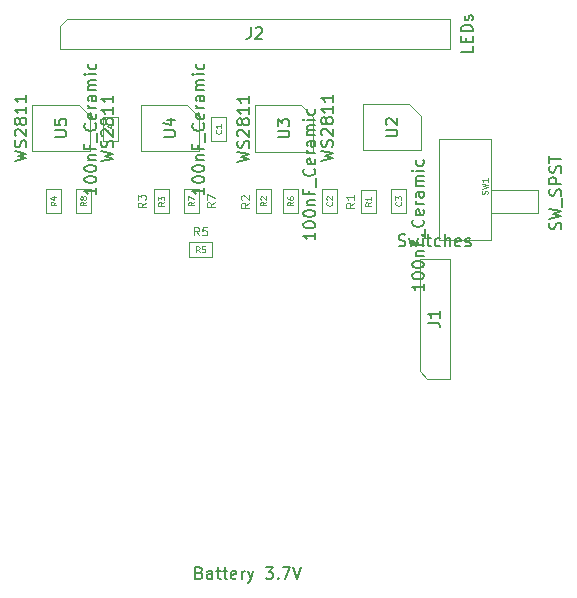
<source format=gbr>
G04 #@! TF.GenerationSoftware,KiCad,Pcbnew,8.0.1*
G04 #@! TF.CreationDate,2024-07-15T10:08:49+02:00*
G04 #@! TF.ProjectId,RGB 2x2 with WS2811,52474220-3278-4322-9077-697468205753,rev?*
G04 #@! TF.SameCoordinates,Original*
G04 #@! TF.FileFunction,AssemblyDrawing,Top*
%FSLAX46Y46*%
G04 Gerber Fmt 4.6, Leading zero omitted, Abs format (unit mm)*
G04 Created by KiCad (PCBNEW 8.0.1) date 2024-07-15 10:08:49*
%MOMM*%
%LPD*%
G01*
G04 APERTURE LIST*
%ADD10C,0.150000*%
%ADD11C,0.080000*%
%ADD12C,0.100000*%
G04 APERTURE END LIST*
D10*
X125792088Y-53017372D02*
X125792088Y-53588800D01*
X125792088Y-53303086D02*
X124792088Y-53303086D01*
X124792088Y-53303086D02*
X124934945Y-53398324D01*
X124934945Y-53398324D02*
X125030183Y-53493562D01*
X125030183Y-53493562D02*
X125077802Y-53588800D01*
X124792088Y-52398324D02*
X124792088Y-52303086D01*
X124792088Y-52303086D02*
X124839707Y-52207848D01*
X124839707Y-52207848D02*
X124887326Y-52160229D01*
X124887326Y-52160229D02*
X124982564Y-52112610D01*
X124982564Y-52112610D02*
X125173040Y-52064991D01*
X125173040Y-52064991D02*
X125411135Y-52064991D01*
X125411135Y-52064991D02*
X125601611Y-52112610D01*
X125601611Y-52112610D02*
X125696849Y-52160229D01*
X125696849Y-52160229D02*
X125744469Y-52207848D01*
X125744469Y-52207848D02*
X125792088Y-52303086D01*
X125792088Y-52303086D02*
X125792088Y-52398324D01*
X125792088Y-52398324D02*
X125744469Y-52493562D01*
X125744469Y-52493562D02*
X125696849Y-52541181D01*
X125696849Y-52541181D02*
X125601611Y-52588800D01*
X125601611Y-52588800D02*
X125411135Y-52636419D01*
X125411135Y-52636419D02*
X125173040Y-52636419D01*
X125173040Y-52636419D02*
X124982564Y-52588800D01*
X124982564Y-52588800D02*
X124887326Y-52541181D01*
X124887326Y-52541181D02*
X124839707Y-52493562D01*
X124839707Y-52493562D02*
X124792088Y-52398324D01*
X124792088Y-51445943D02*
X124792088Y-51350705D01*
X124792088Y-51350705D02*
X124839707Y-51255467D01*
X124839707Y-51255467D02*
X124887326Y-51207848D01*
X124887326Y-51207848D02*
X124982564Y-51160229D01*
X124982564Y-51160229D02*
X125173040Y-51112610D01*
X125173040Y-51112610D02*
X125411135Y-51112610D01*
X125411135Y-51112610D02*
X125601611Y-51160229D01*
X125601611Y-51160229D02*
X125696849Y-51207848D01*
X125696849Y-51207848D02*
X125744469Y-51255467D01*
X125744469Y-51255467D02*
X125792088Y-51350705D01*
X125792088Y-51350705D02*
X125792088Y-51445943D01*
X125792088Y-51445943D02*
X125744469Y-51541181D01*
X125744469Y-51541181D02*
X125696849Y-51588800D01*
X125696849Y-51588800D02*
X125601611Y-51636419D01*
X125601611Y-51636419D02*
X125411135Y-51684038D01*
X125411135Y-51684038D02*
X125173040Y-51684038D01*
X125173040Y-51684038D02*
X124982564Y-51636419D01*
X124982564Y-51636419D02*
X124887326Y-51588800D01*
X124887326Y-51588800D02*
X124839707Y-51541181D01*
X124839707Y-51541181D02*
X124792088Y-51445943D01*
X125125421Y-50684038D02*
X125792088Y-50684038D01*
X125220659Y-50684038D02*
X125173040Y-50636419D01*
X125173040Y-50636419D02*
X125125421Y-50541181D01*
X125125421Y-50541181D02*
X125125421Y-50398324D01*
X125125421Y-50398324D02*
X125173040Y-50303086D01*
X125173040Y-50303086D02*
X125268278Y-50255467D01*
X125268278Y-50255467D02*
X125792088Y-50255467D01*
X125268278Y-49445943D02*
X125268278Y-49779276D01*
X125792088Y-49779276D02*
X124792088Y-49779276D01*
X124792088Y-49779276D02*
X124792088Y-49303086D01*
X125887326Y-49160229D02*
X125887326Y-48398324D01*
X125696849Y-47588800D02*
X125744469Y-47636419D01*
X125744469Y-47636419D02*
X125792088Y-47779276D01*
X125792088Y-47779276D02*
X125792088Y-47874514D01*
X125792088Y-47874514D02*
X125744469Y-48017371D01*
X125744469Y-48017371D02*
X125649230Y-48112609D01*
X125649230Y-48112609D02*
X125553992Y-48160228D01*
X125553992Y-48160228D02*
X125363516Y-48207847D01*
X125363516Y-48207847D02*
X125220659Y-48207847D01*
X125220659Y-48207847D02*
X125030183Y-48160228D01*
X125030183Y-48160228D02*
X124934945Y-48112609D01*
X124934945Y-48112609D02*
X124839707Y-48017371D01*
X124839707Y-48017371D02*
X124792088Y-47874514D01*
X124792088Y-47874514D02*
X124792088Y-47779276D01*
X124792088Y-47779276D02*
X124839707Y-47636419D01*
X124839707Y-47636419D02*
X124887326Y-47588800D01*
X125744469Y-46779276D02*
X125792088Y-46874514D01*
X125792088Y-46874514D02*
X125792088Y-47064990D01*
X125792088Y-47064990D02*
X125744469Y-47160228D01*
X125744469Y-47160228D02*
X125649230Y-47207847D01*
X125649230Y-47207847D02*
X125268278Y-47207847D01*
X125268278Y-47207847D02*
X125173040Y-47160228D01*
X125173040Y-47160228D02*
X125125421Y-47064990D01*
X125125421Y-47064990D02*
X125125421Y-46874514D01*
X125125421Y-46874514D02*
X125173040Y-46779276D01*
X125173040Y-46779276D02*
X125268278Y-46731657D01*
X125268278Y-46731657D02*
X125363516Y-46731657D01*
X125363516Y-46731657D02*
X125458754Y-47207847D01*
X125792088Y-46303085D02*
X125125421Y-46303085D01*
X125315897Y-46303085D02*
X125220659Y-46255466D01*
X125220659Y-46255466D02*
X125173040Y-46207847D01*
X125173040Y-46207847D02*
X125125421Y-46112609D01*
X125125421Y-46112609D02*
X125125421Y-46017371D01*
X125792088Y-45255466D02*
X125268278Y-45255466D01*
X125268278Y-45255466D02*
X125173040Y-45303085D01*
X125173040Y-45303085D02*
X125125421Y-45398323D01*
X125125421Y-45398323D02*
X125125421Y-45588799D01*
X125125421Y-45588799D02*
X125173040Y-45684037D01*
X125744469Y-45255466D02*
X125792088Y-45350704D01*
X125792088Y-45350704D02*
X125792088Y-45588799D01*
X125792088Y-45588799D02*
X125744469Y-45684037D01*
X125744469Y-45684037D02*
X125649230Y-45731656D01*
X125649230Y-45731656D02*
X125553992Y-45731656D01*
X125553992Y-45731656D02*
X125458754Y-45684037D01*
X125458754Y-45684037D02*
X125411135Y-45588799D01*
X125411135Y-45588799D02*
X125411135Y-45350704D01*
X125411135Y-45350704D02*
X125363516Y-45255466D01*
X125792088Y-44779275D02*
X125125421Y-44779275D01*
X125220659Y-44779275D02*
X125173040Y-44731656D01*
X125173040Y-44731656D02*
X125125421Y-44636418D01*
X125125421Y-44636418D02*
X125125421Y-44493561D01*
X125125421Y-44493561D02*
X125173040Y-44398323D01*
X125173040Y-44398323D02*
X125268278Y-44350704D01*
X125268278Y-44350704D02*
X125792088Y-44350704D01*
X125268278Y-44350704D02*
X125173040Y-44303085D01*
X125173040Y-44303085D02*
X125125421Y-44207847D01*
X125125421Y-44207847D02*
X125125421Y-44064990D01*
X125125421Y-44064990D02*
X125173040Y-43969751D01*
X125173040Y-43969751D02*
X125268278Y-43922132D01*
X125268278Y-43922132D02*
X125792088Y-43922132D01*
X125792088Y-43445942D02*
X125125421Y-43445942D01*
X124792088Y-43445942D02*
X124839707Y-43493561D01*
X124839707Y-43493561D02*
X124887326Y-43445942D01*
X124887326Y-43445942D02*
X124839707Y-43398323D01*
X124839707Y-43398323D02*
X124792088Y-43445942D01*
X124792088Y-43445942D02*
X124887326Y-43445942D01*
X125744469Y-42541181D02*
X125792088Y-42636419D01*
X125792088Y-42636419D02*
X125792088Y-42826895D01*
X125792088Y-42826895D02*
X125744469Y-42922133D01*
X125744469Y-42922133D02*
X125696849Y-42969752D01*
X125696849Y-42969752D02*
X125601611Y-43017371D01*
X125601611Y-43017371D02*
X125315897Y-43017371D01*
X125315897Y-43017371D02*
X125220659Y-42969752D01*
X125220659Y-42969752D02*
X125173040Y-42922133D01*
X125173040Y-42922133D02*
X125125421Y-42826895D01*
X125125421Y-42826895D02*
X125125421Y-42636419D01*
X125125421Y-42636419D02*
X125173040Y-42541181D01*
D11*
X127196798Y-48148324D02*
X127220608Y-48172133D01*
X127220608Y-48172133D02*
X127244417Y-48243562D01*
X127244417Y-48243562D02*
X127244417Y-48291181D01*
X127244417Y-48291181D02*
X127220608Y-48362609D01*
X127220608Y-48362609D02*
X127172988Y-48410228D01*
X127172988Y-48410228D02*
X127125369Y-48434038D01*
X127125369Y-48434038D02*
X127030131Y-48457847D01*
X127030131Y-48457847D02*
X126958703Y-48457847D01*
X126958703Y-48457847D02*
X126863465Y-48434038D01*
X126863465Y-48434038D02*
X126815846Y-48410228D01*
X126815846Y-48410228D02*
X126768227Y-48362609D01*
X126768227Y-48362609D02*
X126744417Y-48291181D01*
X126744417Y-48291181D02*
X126744417Y-48243562D01*
X126744417Y-48243562D02*
X126768227Y-48172133D01*
X126768227Y-48172133D02*
X126792036Y-48148324D01*
X126911084Y-47719752D02*
X127244417Y-47719752D01*
X126720608Y-47838800D02*
X127077750Y-47957847D01*
X127077750Y-47957847D02*
X127077750Y-47648324D01*
D10*
X151385650Y-57947690D02*
X151528507Y-57995309D01*
X151528507Y-57995309D02*
X151766602Y-57995309D01*
X151766602Y-57995309D02*
X151861840Y-57947690D01*
X151861840Y-57947690D02*
X151909459Y-57900070D01*
X151909459Y-57900070D02*
X151957078Y-57804832D01*
X151957078Y-57804832D02*
X151957078Y-57709594D01*
X151957078Y-57709594D02*
X151909459Y-57614356D01*
X151909459Y-57614356D02*
X151861840Y-57566737D01*
X151861840Y-57566737D02*
X151766602Y-57519118D01*
X151766602Y-57519118D02*
X151576126Y-57471499D01*
X151576126Y-57471499D02*
X151480888Y-57423880D01*
X151480888Y-57423880D02*
X151433269Y-57376261D01*
X151433269Y-57376261D02*
X151385650Y-57281023D01*
X151385650Y-57281023D02*
X151385650Y-57185785D01*
X151385650Y-57185785D02*
X151433269Y-57090547D01*
X151433269Y-57090547D02*
X151480888Y-57042928D01*
X151480888Y-57042928D02*
X151576126Y-56995309D01*
X151576126Y-56995309D02*
X151814221Y-56995309D01*
X151814221Y-56995309D02*
X151957078Y-57042928D01*
X152290412Y-57328642D02*
X152480888Y-57995309D01*
X152480888Y-57995309D02*
X152671364Y-57519118D01*
X152671364Y-57519118D02*
X152861840Y-57995309D01*
X152861840Y-57995309D02*
X153052316Y-57328642D01*
X153433269Y-57995309D02*
X153433269Y-57328642D01*
X153433269Y-56995309D02*
X153385650Y-57042928D01*
X153385650Y-57042928D02*
X153433269Y-57090547D01*
X153433269Y-57090547D02*
X153480888Y-57042928D01*
X153480888Y-57042928D02*
X153433269Y-56995309D01*
X153433269Y-56995309D02*
X153433269Y-57090547D01*
X153766602Y-57328642D02*
X154147554Y-57328642D01*
X153909459Y-56995309D02*
X153909459Y-57852451D01*
X153909459Y-57852451D02*
X153957078Y-57947690D01*
X153957078Y-57947690D02*
X154052316Y-57995309D01*
X154052316Y-57995309D02*
X154147554Y-57995309D01*
X154909459Y-57947690D02*
X154814221Y-57995309D01*
X154814221Y-57995309D02*
X154623745Y-57995309D01*
X154623745Y-57995309D02*
X154528507Y-57947690D01*
X154528507Y-57947690D02*
X154480888Y-57900070D01*
X154480888Y-57900070D02*
X154433269Y-57804832D01*
X154433269Y-57804832D02*
X154433269Y-57519118D01*
X154433269Y-57519118D02*
X154480888Y-57423880D01*
X154480888Y-57423880D02*
X154528507Y-57376261D01*
X154528507Y-57376261D02*
X154623745Y-57328642D01*
X154623745Y-57328642D02*
X154814221Y-57328642D01*
X154814221Y-57328642D02*
X154909459Y-57376261D01*
X155338031Y-57995309D02*
X155338031Y-56995309D01*
X155766602Y-57995309D02*
X155766602Y-57471499D01*
X155766602Y-57471499D02*
X155718983Y-57376261D01*
X155718983Y-57376261D02*
X155623745Y-57328642D01*
X155623745Y-57328642D02*
X155480888Y-57328642D01*
X155480888Y-57328642D02*
X155385650Y-57376261D01*
X155385650Y-57376261D02*
X155338031Y-57423880D01*
X156623745Y-57947690D02*
X156528507Y-57995309D01*
X156528507Y-57995309D02*
X156338031Y-57995309D01*
X156338031Y-57995309D02*
X156242793Y-57947690D01*
X156242793Y-57947690D02*
X156195174Y-57852451D01*
X156195174Y-57852451D02*
X156195174Y-57471499D01*
X156195174Y-57471499D02*
X156242793Y-57376261D01*
X156242793Y-57376261D02*
X156338031Y-57328642D01*
X156338031Y-57328642D02*
X156528507Y-57328642D01*
X156528507Y-57328642D02*
X156623745Y-57376261D01*
X156623745Y-57376261D02*
X156671364Y-57471499D01*
X156671364Y-57471499D02*
X156671364Y-57566737D01*
X156671364Y-57566737D02*
X156195174Y-57661975D01*
X157052317Y-57947690D02*
X157147555Y-57995309D01*
X157147555Y-57995309D02*
X157338031Y-57995309D01*
X157338031Y-57995309D02*
X157433269Y-57947690D01*
X157433269Y-57947690D02*
X157480888Y-57852451D01*
X157480888Y-57852451D02*
X157480888Y-57804832D01*
X157480888Y-57804832D02*
X157433269Y-57709594D01*
X157433269Y-57709594D02*
X157338031Y-57661975D01*
X157338031Y-57661975D02*
X157195174Y-57661975D01*
X157195174Y-57661975D02*
X157099936Y-57614356D01*
X157099936Y-57614356D02*
X157052317Y-57519118D01*
X157052317Y-57519118D02*
X157052317Y-57471499D01*
X157052317Y-57471499D02*
X157099936Y-57376261D01*
X157099936Y-57376261D02*
X157195174Y-57328642D01*
X157195174Y-57328642D02*
X157338031Y-57328642D01*
X157338031Y-57328642D02*
X157433269Y-57376261D01*
X153888088Y-64453822D02*
X154602373Y-64453822D01*
X154602373Y-64453822D02*
X154745230Y-64501441D01*
X154745230Y-64501441D02*
X154840469Y-64596679D01*
X154840469Y-64596679D02*
X154888088Y-64739536D01*
X154888088Y-64739536D02*
X154888088Y-64834774D01*
X154888088Y-63453822D02*
X154888088Y-64025250D01*
X154888088Y-63739536D02*
X153888088Y-63739536D01*
X153888088Y-63739536D02*
X154030945Y-63834774D01*
X154030945Y-63834774D02*
X154126183Y-63930012D01*
X154126183Y-63930012D02*
X154173802Y-64025250D01*
X144318088Y-56843371D02*
X144318088Y-57414799D01*
X144318088Y-57129085D02*
X143318088Y-57129085D01*
X143318088Y-57129085D02*
X143460945Y-57224323D01*
X143460945Y-57224323D02*
X143556183Y-57319561D01*
X143556183Y-57319561D02*
X143603802Y-57414799D01*
X143318088Y-56224323D02*
X143318088Y-56129085D01*
X143318088Y-56129085D02*
X143365707Y-56033847D01*
X143365707Y-56033847D02*
X143413326Y-55986228D01*
X143413326Y-55986228D02*
X143508564Y-55938609D01*
X143508564Y-55938609D02*
X143699040Y-55890990D01*
X143699040Y-55890990D02*
X143937135Y-55890990D01*
X143937135Y-55890990D02*
X144127611Y-55938609D01*
X144127611Y-55938609D02*
X144222849Y-55986228D01*
X144222849Y-55986228D02*
X144270469Y-56033847D01*
X144270469Y-56033847D02*
X144318088Y-56129085D01*
X144318088Y-56129085D02*
X144318088Y-56224323D01*
X144318088Y-56224323D02*
X144270469Y-56319561D01*
X144270469Y-56319561D02*
X144222849Y-56367180D01*
X144222849Y-56367180D02*
X144127611Y-56414799D01*
X144127611Y-56414799D02*
X143937135Y-56462418D01*
X143937135Y-56462418D02*
X143699040Y-56462418D01*
X143699040Y-56462418D02*
X143508564Y-56414799D01*
X143508564Y-56414799D02*
X143413326Y-56367180D01*
X143413326Y-56367180D02*
X143365707Y-56319561D01*
X143365707Y-56319561D02*
X143318088Y-56224323D01*
X143318088Y-55271942D02*
X143318088Y-55176704D01*
X143318088Y-55176704D02*
X143365707Y-55081466D01*
X143365707Y-55081466D02*
X143413326Y-55033847D01*
X143413326Y-55033847D02*
X143508564Y-54986228D01*
X143508564Y-54986228D02*
X143699040Y-54938609D01*
X143699040Y-54938609D02*
X143937135Y-54938609D01*
X143937135Y-54938609D02*
X144127611Y-54986228D01*
X144127611Y-54986228D02*
X144222849Y-55033847D01*
X144222849Y-55033847D02*
X144270469Y-55081466D01*
X144270469Y-55081466D02*
X144318088Y-55176704D01*
X144318088Y-55176704D02*
X144318088Y-55271942D01*
X144318088Y-55271942D02*
X144270469Y-55367180D01*
X144270469Y-55367180D02*
X144222849Y-55414799D01*
X144222849Y-55414799D02*
X144127611Y-55462418D01*
X144127611Y-55462418D02*
X143937135Y-55510037D01*
X143937135Y-55510037D02*
X143699040Y-55510037D01*
X143699040Y-55510037D02*
X143508564Y-55462418D01*
X143508564Y-55462418D02*
X143413326Y-55414799D01*
X143413326Y-55414799D02*
X143365707Y-55367180D01*
X143365707Y-55367180D02*
X143318088Y-55271942D01*
X143651421Y-54510037D02*
X144318088Y-54510037D01*
X143746659Y-54510037D02*
X143699040Y-54462418D01*
X143699040Y-54462418D02*
X143651421Y-54367180D01*
X143651421Y-54367180D02*
X143651421Y-54224323D01*
X143651421Y-54224323D02*
X143699040Y-54129085D01*
X143699040Y-54129085D02*
X143794278Y-54081466D01*
X143794278Y-54081466D02*
X144318088Y-54081466D01*
X143794278Y-53271942D02*
X143794278Y-53605275D01*
X144318088Y-53605275D02*
X143318088Y-53605275D01*
X143318088Y-53605275D02*
X143318088Y-53129085D01*
X144413326Y-52986228D02*
X144413326Y-52224323D01*
X144222849Y-51414799D02*
X144270469Y-51462418D01*
X144270469Y-51462418D02*
X144318088Y-51605275D01*
X144318088Y-51605275D02*
X144318088Y-51700513D01*
X144318088Y-51700513D02*
X144270469Y-51843370D01*
X144270469Y-51843370D02*
X144175230Y-51938608D01*
X144175230Y-51938608D02*
X144079992Y-51986227D01*
X144079992Y-51986227D02*
X143889516Y-52033846D01*
X143889516Y-52033846D02*
X143746659Y-52033846D01*
X143746659Y-52033846D02*
X143556183Y-51986227D01*
X143556183Y-51986227D02*
X143460945Y-51938608D01*
X143460945Y-51938608D02*
X143365707Y-51843370D01*
X143365707Y-51843370D02*
X143318088Y-51700513D01*
X143318088Y-51700513D02*
X143318088Y-51605275D01*
X143318088Y-51605275D02*
X143365707Y-51462418D01*
X143365707Y-51462418D02*
X143413326Y-51414799D01*
X144270469Y-50605275D02*
X144318088Y-50700513D01*
X144318088Y-50700513D02*
X144318088Y-50890989D01*
X144318088Y-50890989D02*
X144270469Y-50986227D01*
X144270469Y-50986227D02*
X144175230Y-51033846D01*
X144175230Y-51033846D02*
X143794278Y-51033846D01*
X143794278Y-51033846D02*
X143699040Y-50986227D01*
X143699040Y-50986227D02*
X143651421Y-50890989D01*
X143651421Y-50890989D02*
X143651421Y-50700513D01*
X143651421Y-50700513D02*
X143699040Y-50605275D01*
X143699040Y-50605275D02*
X143794278Y-50557656D01*
X143794278Y-50557656D02*
X143889516Y-50557656D01*
X143889516Y-50557656D02*
X143984754Y-51033846D01*
X144318088Y-50129084D02*
X143651421Y-50129084D01*
X143841897Y-50129084D02*
X143746659Y-50081465D01*
X143746659Y-50081465D02*
X143699040Y-50033846D01*
X143699040Y-50033846D02*
X143651421Y-49938608D01*
X143651421Y-49938608D02*
X143651421Y-49843370D01*
X144318088Y-49081465D02*
X143794278Y-49081465D01*
X143794278Y-49081465D02*
X143699040Y-49129084D01*
X143699040Y-49129084D02*
X143651421Y-49224322D01*
X143651421Y-49224322D02*
X143651421Y-49414798D01*
X143651421Y-49414798D02*
X143699040Y-49510036D01*
X144270469Y-49081465D02*
X144318088Y-49176703D01*
X144318088Y-49176703D02*
X144318088Y-49414798D01*
X144318088Y-49414798D02*
X144270469Y-49510036D01*
X144270469Y-49510036D02*
X144175230Y-49557655D01*
X144175230Y-49557655D02*
X144079992Y-49557655D01*
X144079992Y-49557655D02*
X143984754Y-49510036D01*
X143984754Y-49510036D02*
X143937135Y-49414798D01*
X143937135Y-49414798D02*
X143937135Y-49176703D01*
X143937135Y-49176703D02*
X143889516Y-49081465D01*
X144318088Y-48605274D02*
X143651421Y-48605274D01*
X143746659Y-48605274D02*
X143699040Y-48557655D01*
X143699040Y-48557655D02*
X143651421Y-48462417D01*
X143651421Y-48462417D02*
X143651421Y-48319560D01*
X143651421Y-48319560D02*
X143699040Y-48224322D01*
X143699040Y-48224322D02*
X143794278Y-48176703D01*
X143794278Y-48176703D02*
X144318088Y-48176703D01*
X143794278Y-48176703D02*
X143699040Y-48129084D01*
X143699040Y-48129084D02*
X143651421Y-48033846D01*
X143651421Y-48033846D02*
X143651421Y-47890989D01*
X143651421Y-47890989D02*
X143699040Y-47795750D01*
X143699040Y-47795750D02*
X143794278Y-47748131D01*
X143794278Y-47748131D02*
X144318088Y-47748131D01*
X144318088Y-47271941D02*
X143651421Y-47271941D01*
X143318088Y-47271941D02*
X143365707Y-47319560D01*
X143365707Y-47319560D02*
X143413326Y-47271941D01*
X143413326Y-47271941D02*
X143365707Y-47224322D01*
X143365707Y-47224322D02*
X143318088Y-47271941D01*
X143318088Y-47271941D02*
X143413326Y-47271941D01*
X144270469Y-46367180D02*
X144318088Y-46462418D01*
X144318088Y-46462418D02*
X144318088Y-46652894D01*
X144318088Y-46652894D02*
X144270469Y-46748132D01*
X144270469Y-46748132D02*
X144222849Y-46795751D01*
X144222849Y-46795751D02*
X144127611Y-46843370D01*
X144127611Y-46843370D02*
X143841897Y-46843370D01*
X143841897Y-46843370D02*
X143746659Y-46795751D01*
X143746659Y-46795751D02*
X143699040Y-46748132D01*
X143699040Y-46748132D02*
X143651421Y-46652894D01*
X143651421Y-46652894D02*
X143651421Y-46462418D01*
X143651421Y-46462418D02*
X143699040Y-46367180D01*
D11*
X145722798Y-54244324D02*
X145746608Y-54268133D01*
X145746608Y-54268133D02*
X145770417Y-54339562D01*
X145770417Y-54339562D02*
X145770417Y-54387181D01*
X145770417Y-54387181D02*
X145746608Y-54458609D01*
X145746608Y-54458609D02*
X145698988Y-54506228D01*
X145698988Y-54506228D02*
X145651369Y-54530038D01*
X145651369Y-54530038D02*
X145556131Y-54553847D01*
X145556131Y-54553847D02*
X145484703Y-54553847D01*
X145484703Y-54553847D02*
X145389465Y-54530038D01*
X145389465Y-54530038D02*
X145341846Y-54506228D01*
X145341846Y-54506228D02*
X145294227Y-54458609D01*
X145294227Y-54458609D02*
X145270417Y-54387181D01*
X145270417Y-54387181D02*
X145270417Y-54339562D01*
X145270417Y-54339562D02*
X145294227Y-54268133D01*
X145294227Y-54268133D02*
X145318036Y-54244324D01*
X145318036Y-54053847D02*
X145294227Y-54030038D01*
X145294227Y-54030038D02*
X145270417Y-53982419D01*
X145270417Y-53982419D02*
X145270417Y-53863371D01*
X145270417Y-53863371D02*
X145294227Y-53815752D01*
X145294227Y-53815752D02*
X145318036Y-53791943D01*
X145318036Y-53791943D02*
X145365655Y-53768133D01*
X145365655Y-53768133D02*
X145413274Y-53768133D01*
X145413274Y-53768133D02*
X145484703Y-53791943D01*
X145484703Y-53791943D02*
X145770417Y-54077657D01*
X145770417Y-54077657D02*
X145770417Y-53768133D01*
D10*
X134936088Y-53017372D02*
X134936088Y-53588800D01*
X134936088Y-53303086D02*
X133936088Y-53303086D01*
X133936088Y-53303086D02*
X134078945Y-53398324D01*
X134078945Y-53398324D02*
X134174183Y-53493562D01*
X134174183Y-53493562D02*
X134221802Y-53588800D01*
X133936088Y-52398324D02*
X133936088Y-52303086D01*
X133936088Y-52303086D02*
X133983707Y-52207848D01*
X133983707Y-52207848D02*
X134031326Y-52160229D01*
X134031326Y-52160229D02*
X134126564Y-52112610D01*
X134126564Y-52112610D02*
X134317040Y-52064991D01*
X134317040Y-52064991D02*
X134555135Y-52064991D01*
X134555135Y-52064991D02*
X134745611Y-52112610D01*
X134745611Y-52112610D02*
X134840849Y-52160229D01*
X134840849Y-52160229D02*
X134888469Y-52207848D01*
X134888469Y-52207848D02*
X134936088Y-52303086D01*
X134936088Y-52303086D02*
X134936088Y-52398324D01*
X134936088Y-52398324D02*
X134888469Y-52493562D01*
X134888469Y-52493562D02*
X134840849Y-52541181D01*
X134840849Y-52541181D02*
X134745611Y-52588800D01*
X134745611Y-52588800D02*
X134555135Y-52636419D01*
X134555135Y-52636419D02*
X134317040Y-52636419D01*
X134317040Y-52636419D02*
X134126564Y-52588800D01*
X134126564Y-52588800D02*
X134031326Y-52541181D01*
X134031326Y-52541181D02*
X133983707Y-52493562D01*
X133983707Y-52493562D02*
X133936088Y-52398324D01*
X133936088Y-51445943D02*
X133936088Y-51350705D01*
X133936088Y-51350705D02*
X133983707Y-51255467D01*
X133983707Y-51255467D02*
X134031326Y-51207848D01*
X134031326Y-51207848D02*
X134126564Y-51160229D01*
X134126564Y-51160229D02*
X134317040Y-51112610D01*
X134317040Y-51112610D02*
X134555135Y-51112610D01*
X134555135Y-51112610D02*
X134745611Y-51160229D01*
X134745611Y-51160229D02*
X134840849Y-51207848D01*
X134840849Y-51207848D02*
X134888469Y-51255467D01*
X134888469Y-51255467D02*
X134936088Y-51350705D01*
X134936088Y-51350705D02*
X134936088Y-51445943D01*
X134936088Y-51445943D02*
X134888469Y-51541181D01*
X134888469Y-51541181D02*
X134840849Y-51588800D01*
X134840849Y-51588800D02*
X134745611Y-51636419D01*
X134745611Y-51636419D02*
X134555135Y-51684038D01*
X134555135Y-51684038D02*
X134317040Y-51684038D01*
X134317040Y-51684038D02*
X134126564Y-51636419D01*
X134126564Y-51636419D02*
X134031326Y-51588800D01*
X134031326Y-51588800D02*
X133983707Y-51541181D01*
X133983707Y-51541181D02*
X133936088Y-51445943D01*
X134269421Y-50684038D02*
X134936088Y-50684038D01*
X134364659Y-50684038D02*
X134317040Y-50636419D01*
X134317040Y-50636419D02*
X134269421Y-50541181D01*
X134269421Y-50541181D02*
X134269421Y-50398324D01*
X134269421Y-50398324D02*
X134317040Y-50303086D01*
X134317040Y-50303086D02*
X134412278Y-50255467D01*
X134412278Y-50255467D02*
X134936088Y-50255467D01*
X134412278Y-49445943D02*
X134412278Y-49779276D01*
X134936088Y-49779276D02*
X133936088Y-49779276D01*
X133936088Y-49779276D02*
X133936088Y-49303086D01*
X135031326Y-49160229D02*
X135031326Y-48398324D01*
X134840849Y-47588800D02*
X134888469Y-47636419D01*
X134888469Y-47636419D02*
X134936088Y-47779276D01*
X134936088Y-47779276D02*
X134936088Y-47874514D01*
X134936088Y-47874514D02*
X134888469Y-48017371D01*
X134888469Y-48017371D02*
X134793230Y-48112609D01*
X134793230Y-48112609D02*
X134697992Y-48160228D01*
X134697992Y-48160228D02*
X134507516Y-48207847D01*
X134507516Y-48207847D02*
X134364659Y-48207847D01*
X134364659Y-48207847D02*
X134174183Y-48160228D01*
X134174183Y-48160228D02*
X134078945Y-48112609D01*
X134078945Y-48112609D02*
X133983707Y-48017371D01*
X133983707Y-48017371D02*
X133936088Y-47874514D01*
X133936088Y-47874514D02*
X133936088Y-47779276D01*
X133936088Y-47779276D02*
X133983707Y-47636419D01*
X133983707Y-47636419D02*
X134031326Y-47588800D01*
X134888469Y-46779276D02*
X134936088Y-46874514D01*
X134936088Y-46874514D02*
X134936088Y-47064990D01*
X134936088Y-47064990D02*
X134888469Y-47160228D01*
X134888469Y-47160228D02*
X134793230Y-47207847D01*
X134793230Y-47207847D02*
X134412278Y-47207847D01*
X134412278Y-47207847D02*
X134317040Y-47160228D01*
X134317040Y-47160228D02*
X134269421Y-47064990D01*
X134269421Y-47064990D02*
X134269421Y-46874514D01*
X134269421Y-46874514D02*
X134317040Y-46779276D01*
X134317040Y-46779276D02*
X134412278Y-46731657D01*
X134412278Y-46731657D02*
X134507516Y-46731657D01*
X134507516Y-46731657D02*
X134602754Y-47207847D01*
X134936088Y-46303085D02*
X134269421Y-46303085D01*
X134459897Y-46303085D02*
X134364659Y-46255466D01*
X134364659Y-46255466D02*
X134317040Y-46207847D01*
X134317040Y-46207847D02*
X134269421Y-46112609D01*
X134269421Y-46112609D02*
X134269421Y-46017371D01*
X134936088Y-45255466D02*
X134412278Y-45255466D01*
X134412278Y-45255466D02*
X134317040Y-45303085D01*
X134317040Y-45303085D02*
X134269421Y-45398323D01*
X134269421Y-45398323D02*
X134269421Y-45588799D01*
X134269421Y-45588799D02*
X134317040Y-45684037D01*
X134888469Y-45255466D02*
X134936088Y-45350704D01*
X134936088Y-45350704D02*
X134936088Y-45588799D01*
X134936088Y-45588799D02*
X134888469Y-45684037D01*
X134888469Y-45684037D02*
X134793230Y-45731656D01*
X134793230Y-45731656D02*
X134697992Y-45731656D01*
X134697992Y-45731656D02*
X134602754Y-45684037D01*
X134602754Y-45684037D02*
X134555135Y-45588799D01*
X134555135Y-45588799D02*
X134555135Y-45350704D01*
X134555135Y-45350704D02*
X134507516Y-45255466D01*
X134936088Y-44779275D02*
X134269421Y-44779275D01*
X134364659Y-44779275D02*
X134317040Y-44731656D01*
X134317040Y-44731656D02*
X134269421Y-44636418D01*
X134269421Y-44636418D02*
X134269421Y-44493561D01*
X134269421Y-44493561D02*
X134317040Y-44398323D01*
X134317040Y-44398323D02*
X134412278Y-44350704D01*
X134412278Y-44350704D02*
X134936088Y-44350704D01*
X134412278Y-44350704D02*
X134317040Y-44303085D01*
X134317040Y-44303085D02*
X134269421Y-44207847D01*
X134269421Y-44207847D02*
X134269421Y-44064990D01*
X134269421Y-44064990D02*
X134317040Y-43969751D01*
X134317040Y-43969751D02*
X134412278Y-43922132D01*
X134412278Y-43922132D02*
X134936088Y-43922132D01*
X134936088Y-43445942D02*
X134269421Y-43445942D01*
X133936088Y-43445942D02*
X133983707Y-43493561D01*
X133983707Y-43493561D02*
X134031326Y-43445942D01*
X134031326Y-43445942D02*
X133983707Y-43398323D01*
X133983707Y-43398323D02*
X133936088Y-43445942D01*
X133936088Y-43445942D02*
X134031326Y-43445942D01*
X134888469Y-42541181D02*
X134936088Y-42636419D01*
X134936088Y-42636419D02*
X134936088Y-42826895D01*
X134936088Y-42826895D02*
X134888469Y-42922133D01*
X134888469Y-42922133D02*
X134840849Y-42969752D01*
X134840849Y-42969752D02*
X134745611Y-43017371D01*
X134745611Y-43017371D02*
X134459897Y-43017371D01*
X134459897Y-43017371D02*
X134364659Y-42969752D01*
X134364659Y-42969752D02*
X134317040Y-42922133D01*
X134317040Y-42922133D02*
X134269421Y-42826895D01*
X134269421Y-42826895D02*
X134269421Y-42636419D01*
X134269421Y-42636419D02*
X134317040Y-42541181D01*
D11*
X136340798Y-48148324D02*
X136364608Y-48172133D01*
X136364608Y-48172133D02*
X136388417Y-48243562D01*
X136388417Y-48243562D02*
X136388417Y-48291181D01*
X136388417Y-48291181D02*
X136364608Y-48362609D01*
X136364608Y-48362609D02*
X136316988Y-48410228D01*
X136316988Y-48410228D02*
X136269369Y-48434038D01*
X136269369Y-48434038D02*
X136174131Y-48457847D01*
X136174131Y-48457847D02*
X136102703Y-48457847D01*
X136102703Y-48457847D02*
X136007465Y-48434038D01*
X136007465Y-48434038D02*
X135959846Y-48410228D01*
X135959846Y-48410228D02*
X135912227Y-48362609D01*
X135912227Y-48362609D02*
X135888417Y-48291181D01*
X135888417Y-48291181D02*
X135888417Y-48243562D01*
X135888417Y-48243562D02*
X135912227Y-48172133D01*
X135912227Y-48172133D02*
X135936036Y-48148324D01*
X136388417Y-47672133D02*
X136388417Y-47957847D01*
X136388417Y-47814990D02*
X135888417Y-47814990D01*
X135888417Y-47814990D02*
X135959846Y-47862609D01*
X135959846Y-47862609D02*
X136007465Y-47910228D01*
X136007465Y-47910228D02*
X136031274Y-47957847D01*
X142468417Y-54244324D02*
X142230322Y-54410990D01*
X142468417Y-54530038D02*
X141968417Y-54530038D01*
X141968417Y-54530038D02*
X141968417Y-54339562D01*
X141968417Y-54339562D02*
X141992227Y-54291943D01*
X141992227Y-54291943D02*
X142016036Y-54268133D01*
X142016036Y-54268133D02*
X142063655Y-54244324D01*
X142063655Y-54244324D02*
X142135084Y-54244324D01*
X142135084Y-54244324D02*
X142182703Y-54268133D01*
X142182703Y-54268133D02*
X142206512Y-54291943D01*
X142206512Y-54291943D02*
X142230322Y-54339562D01*
X142230322Y-54339562D02*
X142230322Y-54530038D01*
X141968417Y-53815752D02*
X141968417Y-53910990D01*
X141968417Y-53910990D02*
X141992227Y-53958609D01*
X141992227Y-53958609D02*
X142016036Y-53982419D01*
X142016036Y-53982419D02*
X142087465Y-54030038D01*
X142087465Y-54030038D02*
X142182703Y-54053847D01*
X142182703Y-54053847D02*
X142373179Y-54053847D01*
X142373179Y-54053847D02*
X142420798Y-54030038D01*
X142420798Y-54030038D02*
X142444608Y-54006228D01*
X142444608Y-54006228D02*
X142468417Y-53958609D01*
X142468417Y-53958609D02*
X142468417Y-53863371D01*
X142468417Y-53863371D02*
X142444608Y-53815752D01*
X142444608Y-53815752D02*
X142420798Y-53791943D01*
X142420798Y-53791943D02*
X142373179Y-53768133D01*
X142373179Y-53768133D02*
X142254131Y-53768133D01*
X142254131Y-53768133D02*
X142206512Y-53791943D01*
X142206512Y-53791943D02*
X142182703Y-53815752D01*
X142182703Y-53815752D02*
X142158893Y-53863371D01*
X142158893Y-53863371D02*
X142158893Y-53958609D01*
X142158893Y-53958609D02*
X142182703Y-54006228D01*
X142182703Y-54006228D02*
X142206512Y-54030038D01*
X142206512Y-54030038D02*
X142254131Y-54053847D01*
D12*
X138749901Y-54331157D02*
X138416568Y-54564490D01*
X138749901Y-54731157D02*
X138049901Y-54731157D01*
X138049901Y-54731157D02*
X138049901Y-54464490D01*
X138049901Y-54464490D02*
X138083234Y-54397824D01*
X138083234Y-54397824D02*
X138116568Y-54364490D01*
X138116568Y-54364490D02*
X138183234Y-54331157D01*
X138183234Y-54331157D02*
X138283234Y-54331157D01*
X138283234Y-54331157D02*
X138349901Y-54364490D01*
X138349901Y-54364490D02*
X138383234Y-54397824D01*
X138383234Y-54397824D02*
X138416568Y-54464490D01*
X138416568Y-54464490D02*
X138416568Y-54731157D01*
X138116568Y-54064490D02*
X138083234Y-54031157D01*
X138083234Y-54031157D02*
X138049901Y-53964490D01*
X138049901Y-53964490D02*
X138049901Y-53797824D01*
X138049901Y-53797824D02*
X138083234Y-53731157D01*
X138083234Y-53731157D02*
X138116568Y-53697824D01*
X138116568Y-53697824D02*
X138183234Y-53664490D01*
X138183234Y-53664490D02*
X138249901Y-53664490D01*
X138249901Y-53664490D02*
X138349901Y-53697824D01*
X138349901Y-53697824D02*
X138749901Y-54097824D01*
X138749901Y-54097824D02*
X138749901Y-53664490D01*
D11*
X140182417Y-54244324D02*
X139944322Y-54410990D01*
X140182417Y-54530038D02*
X139682417Y-54530038D01*
X139682417Y-54530038D02*
X139682417Y-54339562D01*
X139682417Y-54339562D02*
X139706227Y-54291943D01*
X139706227Y-54291943D02*
X139730036Y-54268133D01*
X139730036Y-54268133D02*
X139777655Y-54244324D01*
X139777655Y-54244324D02*
X139849084Y-54244324D01*
X139849084Y-54244324D02*
X139896703Y-54268133D01*
X139896703Y-54268133D02*
X139920512Y-54291943D01*
X139920512Y-54291943D02*
X139944322Y-54339562D01*
X139944322Y-54339562D02*
X139944322Y-54530038D01*
X139730036Y-54053847D02*
X139706227Y-54030038D01*
X139706227Y-54030038D02*
X139682417Y-53982419D01*
X139682417Y-53982419D02*
X139682417Y-53863371D01*
X139682417Y-53863371D02*
X139706227Y-53815752D01*
X139706227Y-53815752D02*
X139730036Y-53791943D01*
X139730036Y-53791943D02*
X139777655Y-53768133D01*
X139777655Y-53768133D02*
X139825274Y-53768133D01*
X139825274Y-53768133D02*
X139896703Y-53791943D01*
X139896703Y-53791943D02*
X140182417Y-54077657D01*
X140182417Y-54077657D02*
X140182417Y-53768133D01*
X122418417Y-54228324D02*
X122180322Y-54394990D01*
X122418417Y-54514038D02*
X121918417Y-54514038D01*
X121918417Y-54514038D02*
X121918417Y-54323562D01*
X121918417Y-54323562D02*
X121942227Y-54275943D01*
X121942227Y-54275943D02*
X121966036Y-54252133D01*
X121966036Y-54252133D02*
X122013655Y-54228324D01*
X122013655Y-54228324D02*
X122085084Y-54228324D01*
X122085084Y-54228324D02*
X122132703Y-54252133D01*
X122132703Y-54252133D02*
X122156512Y-54275943D01*
X122156512Y-54275943D02*
X122180322Y-54323562D01*
X122180322Y-54323562D02*
X122180322Y-54514038D01*
X122085084Y-53799752D02*
X122418417Y-53799752D01*
X121894608Y-53918800D02*
X122251750Y-54037847D01*
X122251750Y-54037847D02*
X122251750Y-53728324D01*
D12*
X147639901Y-54315157D02*
X147306568Y-54548490D01*
X147639901Y-54715157D02*
X146939901Y-54715157D01*
X146939901Y-54715157D02*
X146939901Y-54448490D01*
X146939901Y-54448490D02*
X146973234Y-54381824D01*
X146973234Y-54381824D02*
X147006568Y-54348490D01*
X147006568Y-54348490D02*
X147073234Y-54315157D01*
X147073234Y-54315157D02*
X147173234Y-54315157D01*
X147173234Y-54315157D02*
X147239901Y-54348490D01*
X147239901Y-54348490D02*
X147273234Y-54381824D01*
X147273234Y-54381824D02*
X147306568Y-54448490D01*
X147306568Y-54448490D02*
X147306568Y-54715157D01*
X147639901Y-53648490D02*
X147639901Y-54048490D01*
X147639901Y-53848490D02*
X146939901Y-53848490D01*
X146939901Y-53848490D02*
X147039901Y-53915157D01*
X147039901Y-53915157D02*
X147106568Y-53981824D01*
X147106568Y-53981824D02*
X147139901Y-54048490D01*
D11*
X149072417Y-54281824D02*
X148834322Y-54448490D01*
X149072417Y-54567538D02*
X148572417Y-54567538D01*
X148572417Y-54567538D02*
X148572417Y-54377062D01*
X148572417Y-54377062D02*
X148596227Y-54329443D01*
X148596227Y-54329443D02*
X148620036Y-54305633D01*
X148620036Y-54305633D02*
X148667655Y-54281824D01*
X148667655Y-54281824D02*
X148739084Y-54281824D01*
X148739084Y-54281824D02*
X148786703Y-54305633D01*
X148786703Y-54305633D02*
X148810512Y-54329443D01*
X148810512Y-54329443D02*
X148834322Y-54377062D01*
X148834322Y-54377062D02*
X148834322Y-54567538D01*
X149072417Y-53805633D02*
X149072417Y-54091347D01*
X149072417Y-53948490D02*
X148572417Y-53948490D01*
X148572417Y-53948490D02*
X148643846Y-53996109D01*
X148643846Y-53996109D02*
X148691465Y-54043728D01*
X148691465Y-54043728D02*
X148715274Y-54091347D01*
D10*
X137737087Y-50829014D02*
X138737087Y-50590919D01*
X138737087Y-50590919D02*
X138022801Y-50400443D01*
X138022801Y-50400443D02*
X138737087Y-50209967D01*
X138737087Y-50209967D02*
X137737087Y-49971872D01*
X138689468Y-49638538D02*
X138737087Y-49495681D01*
X138737087Y-49495681D02*
X138737087Y-49257586D01*
X138737087Y-49257586D02*
X138689468Y-49162348D01*
X138689468Y-49162348D02*
X138641848Y-49114729D01*
X138641848Y-49114729D02*
X138546610Y-49067110D01*
X138546610Y-49067110D02*
X138451372Y-49067110D01*
X138451372Y-49067110D02*
X138356134Y-49114729D01*
X138356134Y-49114729D02*
X138308515Y-49162348D01*
X138308515Y-49162348D02*
X138260896Y-49257586D01*
X138260896Y-49257586D02*
X138213277Y-49448062D01*
X138213277Y-49448062D02*
X138165658Y-49543300D01*
X138165658Y-49543300D02*
X138118039Y-49590919D01*
X138118039Y-49590919D02*
X138022801Y-49638538D01*
X138022801Y-49638538D02*
X137927563Y-49638538D01*
X137927563Y-49638538D02*
X137832325Y-49590919D01*
X137832325Y-49590919D02*
X137784706Y-49543300D01*
X137784706Y-49543300D02*
X137737087Y-49448062D01*
X137737087Y-49448062D02*
X137737087Y-49209967D01*
X137737087Y-49209967D02*
X137784706Y-49067110D01*
X137832325Y-48686157D02*
X137784706Y-48638538D01*
X137784706Y-48638538D02*
X137737087Y-48543300D01*
X137737087Y-48543300D02*
X137737087Y-48305205D01*
X137737087Y-48305205D02*
X137784706Y-48209967D01*
X137784706Y-48209967D02*
X137832325Y-48162348D01*
X137832325Y-48162348D02*
X137927563Y-48114729D01*
X137927563Y-48114729D02*
X138022801Y-48114729D01*
X138022801Y-48114729D02*
X138165658Y-48162348D01*
X138165658Y-48162348D02*
X138737087Y-48733776D01*
X138737087Y-48733776D02*
X138737087Y-48114729D01*
X138165658Y-47543300D02*
X138118039Y-47638538D01*
X138118039Y-47638538D02*
X138070420Y-47686157D01*
X138070420Y-47686157D02*
X137975182Y-47733776D01*
X137975182Y-47733776D02*
X137927563Y-47733776D01*
X137927563Y-47733776D02*
X137832325Y-47686157D01*
X137832325Y-47686157D02*
X137784706Y-47638538D01*
X137784706Y-47638538D02*
X137737087Y-47543300D01*
X137737087Y-47543300D02*
X137737087Y-47352824D01*
X137737087Y-47352824D02*
X137784706Y-47257586D01*
X137784706Y-47257586D02*
X137832325Y-47209967D01*
X137832325Y-47209967D02*
X137927563Y-47162348D01*
X137927563Y-47162348D02*
X137975182Y-47162348D01*
X137975182Y-47162348D02*
X138070420Y-47209967D01*
X138070420Y-47209967D02*
X138118039Y-47257586D01*
X138118039Y-47257586D02*
X138165658Y-47352824D01*
X138165658Y-47352824D02*
X138165658Y-47543300D01*
X138165658Y-47543300D02*
X138213277Y-47638538D01*
X138213277Y-47638538D02*
X138260896Y-47686157D01*
X138260896Y-47686157D02*
X138356134Y-47733776D01*
X138356134Y-47733776D02*
X138546610Y-47733776D01*
X138546610Y-47733776D02*
X138641848Y-47686157D01*
X138641848Y-47686157D02*
X138689468Y-47638538D01*
X138689468Y-47638538D02*
X138737087Y-47543300D01*
X138737087Y-47543300D02*
X138737087Y-47352824D01*
X138737087Y-47352824D02*
X138689468Y-47257586D01*
X138689468Y-47257586D02*
X138641848Y-47209967D01*
X138641848Y-47209967D02*
X138546610Y-47162348D01*
X138546610Y-47162348D02*
X138356134Y-47162348D01*
X138356134Y-47162348D02*
X138260896Y-47209967D01*
X138260896Y-47209967D02*
X138213277Y-47257586D01*
X138213277Y-47257586D02*
X138165658Y-47352824D01*
X138737087Y-46209967D02*
X138737087Y-46781395D01*
X138737087Y-46495681D02*
X137737087Y-46495681D01*
X137737087Y-46495681D02*
X137879944Y-46590919D01*
X137879944Y-46590919D02*
X137975182Y-46686157D01*
X137975182Y-46686157D02*
X138022801Y-46781395D01*
X138737087Y-45257586D02*
X138737087Y-45829014D01*
X138737087Y-45543300D02*
X137737087Y-45543300D01*
X137737087Y-45543300D02*
X137879944Y-45638538D01*
X137879944Y-45638538D02*
X137975182Y-45733776D01*
X137975182Y-45733776D02*
X138022801Y-45829014D01*
X141147834Y-48766157D02*
X141941168Y-48766157D01*
X141941168Y-48766157D02*
X142034501Y-48719491D01*
X142034501Y-48719491D02*
X142081168Y-48672824D01*
X142081168Y-48672824D02*
X142127834Y-48579491D01*
X142127834Y-48579491D02*
X142127834Y-48392824D01*
X142127834Y-48392824D02*
X142081168Y-48299491D01*
X142081168Y-48299491D02*
X142034501Y-48252824D01*
X142034501Y-48252824D02*
X141941168Y-48206157D01*
X141941168Y-48206157D02*
X141147834Y-48206157D01*
X141147834Y-47832824D02*
X141147834Y-47226157D01*
X141147834Y-47226157D02*
X141521168Y-47552824D01*
X141521168Y-47552824D02*
X141521168Y-47412824D01*
X141521168Y-47412824D02*
X141567834Y-47319490D01*
X141567834Y-47319490D02*
X141614501Y-47272824D01*
X141614501Y-47272824D02*
X141707834Y-47226157D01*
X141707834Y-47226157D02*
X141941168Y-47226157D01*
X141941168Y-47226157D02*
X142034501Y-47272824D01*
X142034501Y-47272824D02*
X142081168Y-47319490D01*
X142081168Y-47319490D02*
X142127834Y-47412824D01*
X142127834Y-47412824D02*
X142127834Y-47692824D01*
X142127834Y-47692824D02*
X142081168Y-47786157D01*
X142081168Y-47786157D02*
X142034501Y-47832824D01*
X144834357Y-50741014D02*
X145834357Y-50502919D01*
X145834357Y-50502919D02*
X145120071Y-50312443D01*
X145120071Y-50312443D02*
X145834357Y-50121967D01*
X145834357Y-50121967D02*
X144834357Y-49883872D01*
X145786738Y-49550538D02*
X145834357Y-49407681D01*
X145834357Y-49407681D02*
X145834357Y-49169586D01*
X145834357Y-49169586D02*
X145786738Y-49074348D01*
X145786738Y-49074348D02*
X145739118Y-49026729D01*
X145739118Y-49026729D02*
X145643880Y-48979110D01*
X145643880Y-48979110D02*
X145548642Y-48979110D01*
X145548642Y-48979110D02*
X145453404Y-49026729D01*
X145453404Y-49026729D02*
X145405785Y-49074348D01*
X145405785Y-49074348D02*
X145358166Y-49169586D01*
X145358166Y-49169586D02*
X145310547Y-49360062D01*
X145310547Y-49360062D02*
X145262928Y-49455300D01*
X145262928Y-49455300D02*
X145215309Y-49502919D01*
X145215309Y-49502919D02*
X145120071Y-49550538D01*
X145120071Y-49550538D02*
X145024833Y-49550538D01*
X145024833Y-49550538D02*
X144929595Y-49502919D01*
X144929595Y-49502919D02*
X144881976Y-49455300D01*
X144881976Y-49455300D02*
X144834357Y-49360062D01*
X144834357Y-49360062D02*
X144834357Y-49121967D01*
X144834357Y-49121967D02*
X144881976Y-48979110D01*
X144929595Y-48598157D02*
X144881976Y-48550538D01*
X144881976Y-48550538D02*
X144834357Y-48455300D01*
X144834357Y-48455300D02*
X144834357Y-48217205D01*
X144834357Y-48217205D02*
X144881976Y-48121967D01*
X144881976Y-48121967D02*
X144929595Y-48074348D01*
X144929595Y-48074348D02*
X145024833Y-48026729D01*
X145024833Y-48026729D02*
X145120071Y-48026729D01*
X145120071Y-48026729D02*
X145262928Y-48074348D01*
X145262928Y-48074348D02*
X145834357Y-48645776D01*
X145834357Y-48645776D02*
X145834357Y-48026729D01*
X145262928Y-47455300D02*
X145215309Y-47550538D01*
X145215309Y-47550538D02*
X145167690Y-47598157D01*
X145167690Y-47598157D02*
X145072452Y-47645776D01*
X145072452Y-47645776D02*
X145024833Y-47645776D01*
X145024833Y-47645776D02*
X144929595Y-47598157D01*
X144929595Y-47598157D02*
X144881976Y-47550538D01*
X144881976Y-47550538D02*
X144834357Y-47455300D01*
X144834357Y-47455300D02*
X144834357Y-47264824D01*
X144834357Y-47264824D02*
X144881976Y-47169586D01*
X144881976Y-47169586D02*
X144929595Y-47121967D01*
X144929595Y-47121967D02*
X145024833Y-47074348D01*
X145024833Y-47074348D02*
X145072452Y-47074348D01*
X145072452Y-47074348D02*
X145167690Y-47121967D01*
X145167690Y-47121967D02*
X145215309Y-47169586D01*
X145215309Y-47169586D02*
X145262928Y-47264824D01*
X145262928Y-47264824D02*
X145262928Y-47455300D01*
X145262928Y-47455300D02*
X145310547Y-47550538D01*
X145310547Y-47550538D02*
X145358166Y-47598157D01*
X145358166Y-47598157D02*
X145453404Y-47645776D01*
X145453404Y-47645776D02*
X145643880Y-47645776D01*
X145643880Y-47645776D02*
X145739118Y-47598157D01*
X145739118Y-47598157D02*
X145786738Y-47550538D01*
X145786738Y-47550538D02*
X145834357Y-47455300D01*
X145834357Y-47455300D02*
X145834357Y-47264824D01*
X145834357Y-47264824D02*
X145786738Y-47169586D01*
X145786738Y-47169586D02*
X145739118Y-47121967D01*
X145739118Y-47121967D02*
X145643880Y-47074348D01*
X145643880Y-47074348D02*
X145453404Y-47074348D01*
X145453404Y-47074348D02*
X145358166Y-47121967D01*
X145358166Y-47121967D02*
X145310547Y-47169586D01*
X145310547Y-47169586D02*
X145262928Y-47264824D01*
X145834357Y-46121967D02*
X145834357Y-46693395D01*
X145834357Y-46407681D02*
X144834357Y-46407681D01*
X144834357Y-46407681D02*
X144977214Y-46502919D01*
X144977214Y-46502919D02*
X145072452Y-46598157D01*
X145072452Y-46598157D02*
X145120071Y-46693395D01*
X145834357Y-45169586D02*
X145834357Y-45741014D01*
X145834357Y-45455300D02*
X144834357Y-45455300D01*
X144834357Y-45455300D02*
X144977214Y-45550538D01*
X144977214Y-45550538D02*
X145072452Y-45645776D01*
X145072452Y-45645776D02*
X145120071Y-45741014D01*
X150291834Y-48678157D02*
X151085168Y-48678157D01*
X151085168Y-48678157D02*
X151178501Y-48631491D01*
X151178501Y-48631491D02*
X151225168Y-48584824D01*
X151225168Y-48584824D02*
X151271834Y-48491491D01*
X151271834Y-48491491D02*
X151271834Y-48304824D01*
X151271834Y-48304824D02*
X151225168Y-48211491D01*
X151225168Y-48211491D02*
X151178501Y-48164824D01*
X151178501Y-48164824D02*
X151085168Y-48118157D01*
X151085168Y-48118157D02*
X150291834Y-48118157D01*
X150385168Y-47698157D02*
X150338501Y-47651490D01*
X150338501Y-47651490D02*
X150291834Y-47558157D01*
X150291834Y-47558157D02*
X150291834Y-47324824D01*
X150291834Y-47324824D02*
X150338501Y-47231490D01*
X150338501Y-47231490D02*
X150385168Y-47184824D01*
X150385168Y-47184824D02*
X150478501Y-47138157D01*
X150478501Y-47138157D02*
X150571834Y-47138157D01*
X150571834Y-47138157D02*
X150711834Y-47184824D01*
X150711834Y-47184824D02*
X151271834Y-47744824D01*
X151271834Y-47744824D02*
X151271834Y-47138157D01*
D12*
X135827901Y-54277657D02*
X135494568Y-54510990D01*
X135827901Y-54677657D02*
X135127901Y-54677657D01*
X135127901Y-54677657D02*
X135127901Y-54410990D01*
X135127901Y-54410990D02*
X135161234Y-54344324D01*
X135161234Y-54344324D02*
X135194568Y-54310990D01*
X135194568Y-54310990D02*
X135261234Y-54277657D01*
X135261234Y-54277657D02*
X135361234Y-54277657D01*
X135361234Y-54277657D02*
X135427901Y-54310990D01*
X135427901Y-54310990D02*
X135461234Y-54344324D01*
X135461234Y-54344324D02*
X135494568Y-54410990D01*
X135494568Y-54410990D02*
X135494568Y-54677657D01*
X135127901Y-54044324D02*
X135127901Y-53577657D01*
X135127901Y-53577657D02*
X135827901Y-53877657D01*
D11*
X134086417Y-54244324D02*
X133848322Y-54410990D01*
X134086417Y-54530038D02*
X133586417Y-54530038D01*
X133586417Y-54530038D02*
X133586417Y-54339562D01*
X133586417Y-54339562D02*
X133610227Y-54291943D01*
X133610227Y-54291943D02*
X133634036Y-54268133D01*
X133634036Y-54268133D02*
X133681655Y-54244324D01*
X133681655Y-54244324D02*
X133753084Y-54244324D01*
X133753084Y-54244324D02*
X133800703Y-54268133D01*
X133800703Y-54268133D02*
X133824512Y-54291943D01*
X133824512Y-54291943D02*
X133848322Y-54339562D01*
X133848322Y-54339562D02*
X133848322Y-54530038D01*
X133586417Y-54077657D02*
X133586417Y-53744324D01*
X133586417Y-53744324D02*
X134086417Y-53958609D01*
D10*
X157658087Y-41038109D02*
X157658087Y-41514299D01*
X157658087Y-41514299D02*
X156658087Y-41514299D01*
X157134277Y-40704775D02*
X157134277Y-40371442D01*
X157658087Y-40228585D02*
X157658087Y-40704775D01*
X157658087Y-40704775D02*
X156658087Y-40704775D01*
X156658087Y-40704775D02*
X156658087Y-40228585D01*
X157658087Y-39800013D02*
X156658087Y-39800013D01*
X156658087Y-39800013D02*
X156658087Y-39561918D01*
X156658087Y-39561918D02*
X156705706Y-39419061D01*
X156705706Y-39419061D02*
X156800944Y-39323823D01*
X156800944Y-39323823D02*
X156896182Y-39276204D01*
X156896182Y-39276204D02*
X157086658Y-39228585D01*
X157086658Y-39228585D02*
X157229515Y-39228585D01*
X157229515Y-39228585D02*
X157419991Y-39276204D01*
X157419991Y-39276204D02*
X157515229Y-39323823D01*
X157515229Y-39323823D02*
X157610468Y-39419061D01*
X157610468Y-39419061D02*
X157658087Y-39561918D01*
X157658087Y-39561918D02*
X157658087Y-39800013D01*
X157610468Y-38847632D02*
X157658087Y-38752394D01*
X157658087Y-38752394D02*
X157658087Y-38561918D01*
X157658087Y-38561918D02*
X157610468Y-38466680D01*
X157610468Y-38466680D02*
X157515229Y-38419061D01*
X157515229Y-38419061D02*
X157467610Y-38419061D01*
X157467610Y-38419061D02*
X157372372Y-38466680D01*
X157372372Y-38466680D02*
X157324753Y-38561918D01*
X157324753Y-38561918D02*
X157324753Y-38704775D01*
X157324753Y-38704775D02*
X157277134Y-38800013D01*
X157277134Y-38800013D02*
X157181896Y-38847632D01*
X157181896Y-38847632D02*
X157134277Y-38847632D01*
X157134277Y-38847632D02*
X157039039Y-38800013D01*
X157039039Y-38800013D02*
X156991420Y-38704775D01*
X156991420Y-38704775D02*
X156991420Y-38561918D01*
X156991420Y-38561918D02*
X157039039Y-38466680D01*
X138859935Y-39445309D02*
X138859935Y-40159594D01*
X138859935Y-40159594D02*
X138812316Y-40302451D01*
X138812316Y-40302451D02*
X138717078Y-40397690D01*
X138717078Y-40397690D02*
X138574221Y-40445309D01*
X138574221Y-40445309D02*
X138478983Y-40445309D01*
X139288507Y-39540547D02*
X139336126Y-39492928D01*
X139336126Y-39492928D02*
X139431364Y-39445309D01*
X139431364Y-39445309D02*
X139669459Y-39445309D01*
X139669459Y-39445309D02*
X139764697Y-39492928D01*
X139764697Y-39492928D02*
X139812316Y-39540547D01*
X139812316Y-39540547D02*
X139859935Y-39635785D01*
X139859935Y-39635785D02*
X139859935Y-39731023D01*
X139859935Y-39731023D02*
X139812316Y-39873880D01*
X139812316Y-39873880D02*
X139240888Y-40445309D01*
X139240888Y-40445309D02*
X139859935Y-40445309D01*
D12*
X134504601Y-57073124D02*
X134271268Y-56739791D01*
X134104601Y-57073124D02*
X134104601Y-56373124D01*
X134104601Y-56373124D02*
X134371268Y-56373124D01*
X134371268Y-56373124D02*
X134437935Y-56406457D01*
X134437935Y-56406457D02*
X134471268Y-56439791D01*
X134471268Y-56439791D02*
X134504601Y-56506457D01*
X134504601Y-56506457D02*
X134504601Y-56606457D01*
X134504601Y-56606457D02*
X134471268Y-56673124D01*
X134471268Y-56673124D02*
X134437935Y-56706457D01*
X134437935Y-56706457D02*
X134371268Y-56739791D01*
X134371268Y-56739791D02*
X134104601Y-56739791D01*
X135137935Y-56373124D02*
X134804601Y-56373124D01*
X134804601Y-56373124D02*
X134771268Y-56706457D01*
X134771268Y-56706457D02*
X134804601Y-56673124D01*
X134804601Y-56673124D02*
X134871268Y-56639791D01*
X134871268Y-56639791D02*
X135037935Y-56639791D01*
X135037935Y-56639791D02*
X135104601Y-56673124D01*
X135104601Y-56673124D02*
X135137935Y-56706457D01*
X135137935Y-56706457D02*
X135171268Y-56773124D01*
X135171268Y-56773124D02*
X135171268Y-56939791D01*
X135171268Y-56939791D02*
X135137935Y-57006457D01*
X135137935Y-57006457D02*
X135104601Y-57039791D01*
X135104601Y-57039791D02*
X135037935Y-57073124D01*
X135037935Y-57073124D02*
X134871268Y-57073124D01*
X134871268Y-57073124D02*
X134804601Y-57039791D01*
X134804601Y-57039791D02*
X134771268Y-57006457D01*
D11*
X134537934Y-58505640D02*
X134371268Y-58267545D01*
X134252220Y-58505640D02*
X134252220Y-58005640D01*
X134252220Y-58005640D02*
X134442696Y-58005640D01*
X134442696Y-58005640D02*
X134490315Y-58029450D01*
X134490315Y-58029450D02*
X134514125Y-58053259D01*
X134514125Y-58053259D02*
X134537934Y-58100878D01*
X134537934Y-58100878D02*
X134537934Y-58172307D01*
X134537934Y-58172307D02*
X134514125Y-58219926D01*
X134514125Y-58219926D02*
X134490315Y-58243735D01*
X134490315Y-58243735D02*
X134442696Y-58267545D01*
X134442696Y-58267545D02*
X134252220Y-58267545D01*
X134990315Y-58005640D02*
X134752220Y-58005640D01*
X134752220Y-58005640D02*
X134728411Y-58243735D01*
X134728411Y-58243735D02*
X134752220Y-58219926D01*
X134752220Y-58219926D02*
X134799839Y-58196116D01*
X134799839Y-58196116D02*
X134918887Y-58196116D01*
X134918887Y-58196116D02*
X134966506Y-58219926D01*
X134966506Y-58219926D02*
X134990315Y-58243735D01*
X134990315Y-58243735D02*
X135014125Y-58291354D01*
X135014125Y-58291354D02*
X135014125Y-58410402D01*
X135014125Y-58410402D02*
X134990315Y-58458021D01*
X134990315Y-58458021D02*
X134966506Y-58481831D01*
X134966506Y-58481831D02*
X134918887Y-58505640D01*
X134918887Y-58505640D02*
X134799839Y-58505640D01*
X134799839Y-58505640D02*
X134752220Y-58481831D01*
X134752220Y-58481831D02*
X134728411Y-58458021D01*
D10*
X126220087Y-50807514D02*
X127220087Y-50569419D01*
X127220087Y-50569419D02*
X126505801Y-50378943D01*
X126505801Y-50378943D02*
X127220087Y-50188467D01*
X127220087Y-50188467D02*
X126220087Y-49950372D01*
X127172468Y-49617038D02*
X127220087Y-49474181D01*
X127220087Y-49474181D02*
X127220087Y-49236086D01*
X127220087Y-49236086D02*
X127172468Y-49140848D01*
X127172468Y-49140848D02*
X127124848Y-49093229D01*
X127124848Y-49093229D02*
X127029610Y-49045610D01*
X127029610Y-49045610D02*
X126934372Y-49045610D01*
X126934372Y-49045610D02*
X126839134Y-49093229D01*
X126839134Y-49093229D02*
X126791515Y-49140848D01*
X126791515Y-49140848D02*
X126743896Y-49236086D01*
X126743896Y-49236086D02*
X126696277Y-49426562D01*
X126696277Y-49426562D02*
X126648658Y-49521800D01*
X126648658Y-49521800D02*
X126601039Y-49569419D01*
X126601039Y-49569419D02*
X126505801Y-49617038D01*
X126505801Y-49617038D02*
X126410563Y-49617038D01*
X126410563Y-49617038D02*
X126315325Y-49569419D01*
X126315325Y-49569419D02*
X126267706Y-49521800D01*
X126267706Y-49521800D02*
X126220087Y-49426562D01*
X126220087Y-49426562D02*
X126220087Y-49188467D01*
X126220087Y-49188467D02*
X126267706Y-49045610D01*
X126315325Y-48664657D02*
X126267706Y-48617038D01*
X126267706Y-48617038D02*
X126220087Y-48521800D01*
X126220087Y-48521800D02*
X126220087Y-48283705D01*
X126220087Y-48283705D02*
X126267706Y-48188467D01*
X126267706Y-48188467D02*
X126315325Y-48140848D01*
X126315325Y-48140848D02*
X126410563Y-48093229D01*
X126410563Y-48093229D02*
X126505801Y-48093229D01*
X126505801Y-48093229D02*
X126648658Y-48140848D01*
X126648658Y-48140848D02*
X127220087Y-48712276D01*
X127220087Y-48712276D02*
X127220087Y-48093229D01*
X126648658Y-47521800D02*
X126601039Y-47617038D01*
X126601039Y-47617038D02*
X126553420Y-47664657D01*
X126553420Y-47664657D02*
X126458182Y-47712276D01*
X126458182Y-47712276D02*
X126410563Y-47712276D01*
X126410563Y-47712276D02*
X126315325Y-47664657D01*
X126315325Y-47664657D02*
X126267706Y-47617038D01*
X126267706Y-47617038D02*
X126220087Y-47521800D01*
X126220087Y-47521800D02*
X126220087Y-47331324D01*
X126220087Y-47331324D02*
X126267706Y-47236086D01*
X126267706Y-47236086D02*
X126315325Y-47188467D01*
X126315325Y-47188467D02*
X126410563Y-47140848D01*
X126410563Y-47140848D02*
X126458182Y-47140848D01*
X126458182Y-47140848D02*
X126553420Y-47188467D01*
X126553420Y-47188467D02*
X126601039Y-47236086D01*
X126601039Y-47236086D02*
X126648658Y-47331324D01*
X126648658Y-47331324D02*
X126648658Y-47521800D01*
X126648658Y-47521800D02*
X126696277Y-47617038D01*
X126696277Y-47617038D02*
X126743896Y-47664657D01*
X126743896Y-47664657D02*
X126839134Y-47712276D01*
X126839134Y-47712276D02*
X127029610Y-47712276D01*
X127029610Y-47712276D02*
X127124848Y-47664657D01*
X127124848Y-47664657D02*
X127172468Y-47617038D01*
X127172468Y-47617038D02*
X127220087Y-47521800D01*
X127220087Y-47521800D02*
X127220087Y-47331324D01*
X127220087Y-47331324D02*
X127172468Y-47236086D01*
X127172468Y-47236086D02*
X127124848Y-47188467D01*
X127124848Y-47188467D02*
X127029610Y-47140848D01*
X127029610Y-47140848D02*
X126839134Y-47140848D01*
X126839134Y-47140848D02*
X126743896Y-47188467D01*
X126743896Y-47188467D02*
X126696277Y-47236086D01*
X126696277Y-47236086D02*
X126648658Y-47331324D01*
X127220087Y-46188467D02*
X127220087Y-46759895D01*
X127220087Y-46474181D02*
X126220087Y-46474181D01*
X126220087Y-46474181D02*
X126362944Y-46569419D01*
X126362944Y-46569419D02*
X126458182Y-46664657D01*
X126458182Y-46664657D02*
X126505801Y-46759895D01*
X127220087Y-45236086D02*
X127220087Y-45807514D01*
X127220087Y-45521800D02*
X126220087Y-45521800D01*
X126220087Y-45521800D02*
X126362944Y-45617038D01*
X126362944Y-45617038D02*
X126458182Y-45712276D01*
X126458182Y-45712276D02*
X126505801Y-45807514D01*
X131495834Y-48744657D02*
X132289168Y-48744657D01*
X132289168Y-48744657D02*
X132382501Y-48697991D01*
X132382501Y-48697991D02*
X132429168Y-48651324D01*
X132429168Y-48651324D02*
X132475834Y-48557991D01*
X132475834Y-48557991D02*
X132475834Y-48371324D01*
X132475834Y-48371324D02*
X132429168Y-48277991D01*
X132429168Y-48277991D02*
X132382501Y-48231324D01*
X132382501Y-48231324D02*
X132289168Y-48184657D01*
X132289168Y-48184657D02*
X131495834Y-48184657D01*
X131822501Y-47297990D02*
X132475834Y-47297990D01*
X131449168Y-47531324D02*
X132149168Y-47764657D01*
X132149168Y-47764657D02*
X132149168Y-47157990D01*
D11*
X124942417Y-54244324D02*
X124704322Y-54410990D01*
X124942417Y-54530038D02*
X124442417Y-54530038D01*
X124442417Y-54530038D02*
X124442417Y-54339562D01*
X124442417Y-54339562D02*
X124466227Y-54291943D01*
X124466227Y-54291943D02*
X124490036Y-54268133D01*
X124490036Y-54268133D02*
X124537655Y-54244324D01*
X124537655Y-54244324D02*
X124609084Y-54244324D01*
X124609084Y-54244324D02*
X124656703Y-54268133D01*
X124656703Y-54268133D02*
X124680512Y-54291943D01*
X124680512Y-54291943D02*
X124704322Y-54339562D01*
X124704322Y-54339562D02*
X124704322Y-54530038D01*
X124656703Y-53958609D02*
X124632893Y-54006228D01*
X124632893Y-54006228D02*
X124609084Y-54030038D01*
X124609084Y-54030038D02*
X124561465Y-54053847D01*
X124561465Y-54053847D02*
X124537655Y-54053847D01*
X124537655Y-54053847D02*
X124490036Y-54030038D01*
X124490036Y-54030038D02*
X124466227Y-54006228D01*
X124466227Y-54006228D02*
X124442417Y-53958609D01*
X124442417Y-53958609D02*
X124442417Y-53863371D01*
X124442417Y-53863371D02*
X124466227Y-53815752D01*
X124466227Y-53815752D02*
X124490036Y-53791943D01*
X124490036Y-53791943D02*
X124537655Y-53768133D01*
X124537655Y-53768133D02*
X124561465Y-53768133D01*
X124561465Y-53768133D02*
X124609084Y-53791943D01*
X124609084Y-53791943D02*
X124632893Y-53815752D01*
X124632893Y-53815752D02*
X124656703Y-53863371D01*
X124656703Y-53863371D02*
X124656703Y-53958609D01*
X124656703Y-53958609D02*
X124680512Y-54006228D01*
X124680512Y-54006228D02*
X124704322Y-54030038D01*
X124704322Y-54030038D02*
X124751941Y-54053847D01*
X124751941Y-54053847D02*
X124847179Y-54053847D01*
X124847179Y-54053847D02*
X124894798Y-54030038D01*
X124894798Y-54030038D02*
X124918608Y-54006228D01*
X124918608Y-54006228D02*
X124942417Y-53958609D01*
X124942417Y-53958609D02*
X124942417Y-53863371D01*
X124942417Y-53863371D02*
X124918608Y-53815752D01*
X124918608Y-53815752D02*
X124894798Y-53791943D01*
X124894798Y-53791943D02*
X124847179Y-53768133D01*
X124847179Y-53768133D02*
X124751941Y-53768133D01*
X124751941Y-53768133D02*
X124704322Y-53791943D01*
X124704322Y-53791943D02*
X124680512Y-53815752D01*
X124680512Y-53815752D02*
X124656703Y-53863371D01*
D10*
X165112468Y-56569919D02*
X165160087Y-56427062D01*
X165160087Y-56427062D02*
X165160087Y-56188967D01*
X165160087Y-56188967D02*
X165112468Y-56093729D01*
X165112468Y-56093729D02*
X165064848Y-56046110D01*
X165064848Y-56046110D02*
X164969610Y-55998491D01*
X164969610Y-55998491D02*
X164874372Y-55998491D01*
X164874372Y-55998491D02*
X164779134Y-56046110D01*
X164779134Y-56046110D02*
X164731515Y-56093729D01*
X164731515Y-56093729D02*
X164683896Y-56188967D01*
X164683896Y-56188967D02*
X164636277Y-56379443D01*
X164636277Y-56379443D02*
X164588658Y-56474681D01*
X164588658Y-56474681D02*
X164541039Y-56522300D01*
X164541039Y-56522300D02*
X164445801Y-56569919D01*
X164445801Y-56569919D02*
X164350563Y-56569919D01*
X164350563Y-56569919D02*
X164255325Y-56522300D01*
X164255325Y-56522300D02*
X164207706Y-56474681D01*
X164207706Y-56474681D02*
X164160087Y-56379443D01*
X164160087Y-56379443D02*
X164160087Y-56141348D01*
X164160087Y-56141348D02*
X164207706Y-55998491D01*
X164160087Y-55665157D02*
X165160087Y-55427062D01*
X165160087Y-55427062D02*
X164445801Y-55236586D01*
X164445801Y-55236586D02*
X165160087Y-55046110D01*
X165160087Y-55046110D02*
X164160087Y-54808015D01*
X165255325Y-54665158D02*
X165255325Y-53903253D01*
X165112468Y-53712776D02*
X165160087Y-53569919D01*
X165160087Y-53569919D02*
X165160087Y-53331824D01*
X165160087Y-53331824D02*
X165112468Y-53236586D01*
X165112468Y-53236586D02*
X165064848Y-53188967D01*
X165064848Y-53188967D02*
X164969610Y-53141348D01*
X164969610Y-53141348D02*
X164874372Y-53141348D01*
X164874372Y-53141348D02*
X164779134Y-53188967D01*
X164779134Y-53188967D02*
X164731515Y-53236586D01*
X164731515Y-53236586D02*
X164683896Y-53331824D01*
X164683896Y-53331824D02*
X164636277Y-53522300D01*
X164636277Y-53522300D02*
X164588658Y-53617538D01*
X164588658Y-53617538D02*
X164541039Y-53665157D01*
X164541039Y-53665157D02*
X164445801Y-53712776D01*
X164445801Y-53712776D02*
X164350563Y-53712776D01*
X164350563Y-53712776D02*
X164255325Y-53665157D01*
X164255325Y-53665157D02*
X164207706Y-53617538D01*
X164207706Y-53617538D02*
X164160087Y-53522300D01*
X164160087Y-53522300D02*
X164160087Y-53284205D01*
X164160087Y-53284205D02*
X164207706Y-53141348D01*
X165160087Y-52712776D02*
X164160087Y-52712776D01*
X164160087Y-52712776D02*
X164160087Y-52331824D01*
X164160087Y-52331824D02*
X164207706Y-52236586D01*
X164207706Y-52236586D02*
X164255325Y-52188967D01*
X164255325Y-52188967D02*
X164350563Y-52141348D01*
X164350563Y-52141348D02*
X164493420Y-52141348D01*
X164493420Y-52141348D02*
X164588658Y-52188967D01*
X164588658Y-52188967D02*
X164636277Y-52236586D01*
X164636277Y-52236586D02*
X164683896Y-52331824D01*
X164683896Y-52331824D02*
X164683896Y-52712776D01*
X165112468Y-51760395D02*
X165160087Y-51617538D01*
X165160087Y-51617538D02*
X165160087Y-51379443D01*
X165160087Y-51379443D02*
X165112468Y-51284205D01*
X165112468Y-51284205D02*
X165064848Y-51236586D01*
X165064848Y-51236586D02*
X164969610Y-51188967D01*
X164969610Y-51188967D02*
X164874372Y-51188967D01*
X164874372Y-51188967D02*
X164779134Y-51236586D01*
X164779134Y-51236586D02*
X164731515Y-51284205D01*
X164731515Y-51284205D02*
X164683896Y-51379443D01*
X164683896Y-51379443D02*
X164636277Y-51569919D01*
X164636277Y-51569919D02*
X164588658Y-51665157D01*
X164588658Y-51665157D02*
X164541039Y-51712776D01*
X164541039Y-51712776D02*
X164445801Y-51760395D01*
X164445801Y-51760395D02*
X164350563Y-51760395D01*
X164350563Y-51760395D02*
X164255325Y-51712776D01*
X164255325Y-51712776D02*
X164207706Y-51665157D01*
X164207706Y-51665157D02*
X164160087Y-51569919D01*
X164160087Y-51569919D02*
X164160087Y-51331824D01*
X164160087Y-51331824D02*
X164207706Y-51188967D01*
X164160087Y-50903252D02*
X164160087Y-50331824D01*
X165160087Y-50617538D02*
X164160087Y-50617538D01*
D12*
X158907568Y-53565156D02*
X158931377Y-53493728D01*
X158931377Y-53493728D02*
X158931377Y-53374680D01*
X158931377Y-53374680D02*
X158907568Y-53327061D01*
X158907568Y-53327061D02*
X158883758Y-53303252D01*
X158883758Y-53303252D02*
X158836139Y-53279442D01*
X158836139Y-53279442D02*
X158788520Y-53279442D01*
X158788520Y-53279442D02*
X158740901Y-53303252D01*
X158740901Y-53303252D02*
X158717091Y-53327061D01*
X158717091Y-53327061D02*
X158693282Y-53374680D01*
X158693282Y-53374680D02*
X158669472Y-53469918D01*
X158669472Y-53469918D02*
X158645663Y-53517537D01*
X158645663Y-53517537D02*
X158621853Y-53541347D01*
X158621853Y-53541347D02*
X158574234Y-53565156D01*
X158574234Y-53565156D02*
X158526615Y-53565156D01*
X158526615Y-53565156D02*
X158478996Y-53541347D01*
X158478996Y-53541347D02*
X158455187Y-53517537D01*
X158455187Y-53517537D02*
X158431377Y-53469918D01*
X158431377Y-53469918D02*
X158431377Y-53350871D01*
X158431377Y-53350871D02*
X158455187Y-53279442D01*
X158431377Y-53112776D02*
X158931377Y-52993728D01*
X158931377Y-52993728D02*
X158574234Y-52898490D01*
X158574234Y-52898490D02*
X158931377Y-52803252D01*
X158931377Y-52803252D02*
X158431377Y-52684205D01*
X158931377Y-52231823D02*
X158931377Y-52517537D01*
X158931377Y-52374680D02*
X158431377Y-52374680D01*
X158431377Y-52374680D02*
X158502806Y-52422299D01*
X158502806Y-52422299D02*
X158550425Y-52469918D01*
X158550425Y-52469918D02*
X158574234Y-52517537D01*
D10*
X153520086Y-61160102D02*
X153520086Y-61731530D01*
X153520086Y-61445816D02*
X152520086Y-61445816D01*
X152520086Y-61445816D02*
X152662943Y-61541054D01*
X152662943Y-61541054D02*
X152758181Y-61636292D01*
X152758181Y-61636292D02*
X152805800Y-61731530D01*
X152520086Y-60541054D02*
X152520086Y-60445816D01*
X152520086Y-60445816D02*
X152567705Y-60350578D01*
X152567705Y-60350578D02*
X152615324Y-60302959D01*
X152615324Y-60302959D02*
X152710562Y-60255340D01*
X152710562Y-60255340D02*
X152901038Y-60207721D01*
X152901038Y-60207721D02*
X153139133Y-60207721D01*
X153139133Y-60207721D02*
X153329609Y-60255340D01*
X153329609Y-60255340D02*
X153424847Y-60302959D01*
X153424847Y-60302959D02*
X153472467Y-60350578D01*
X153472467Y-60350578D02*
X153520086Y-60445816D01*
X153520086Y-60445816D02*
X153520086Y-60541054D01*
X153520086Y-60541054D02*
X153472467Y-60636292D01*
X153472467Y-60636292D02*
X153424847Y-60683911D01*
X153424847Y-60683911D02*
X153329609Y-60731530D01*
X153329609Y-60731530D02*
X153139133Y-60779149D01*
X153139133Y-60779149D02*
X152901038Y-60779149D01*
X152901038Y-60779149D02*
X152710562Y-60731530D01*
X152710562Y-60731530D02*
X152615324Y-60683911D01*
X152615324Y-60683911D02*
X152567705Y-60636292D01*
X152567705Y-60636292D02*
X152520086Y-60541054D01*
X152520086Y-59588673D02*
X152520086Y-59493435D01*
X152520086Y-59493435D02*
X152567705Y-59398197D01*
X152567705Y-59398197D02*
X152615324Y-59350578D01*
X152615324Y-59350578D02*
X152710562Y-59302959D01*
X152710562Y-59302959D02*
X152901038Y-59255340D01*
X152901038Y-59255340D02*
X153139133Y-59255340D01*
X153139133Y-59255340D02*
X153329609Y-59302959D01*
X153329609Y-59302959D02*
X153424847Y-59350578D01*
X153424847Y-59350578D02*
X153472467Y-59398197D01*
X153472467Y-59398197D02*
X153520086Y-59493435D01*
X153520086Y-59493435D02*
X153520086Y-59588673D01*
X153520086Y-59588673D02*
X153472467Y-59683911D01*
X153472467Y-59683911D02*
X153424847Y-59731530D01*
X153424847Y-59731530D02*
X153329609Y-59779149D01*
X153329609Y-59779149D02*
X153139133Y-59826768D01*
X153139133Y-59826768D02*
X152901038Y-59826768D01*
X152901038Y-59826768D02*
X152710562Y-59779149D01*
X152710562Y-59779149D02*
X152615324Y-59731530D01*
X152615324Y-59731530D02*
X152567705Y-59683911D01*
X152567705Y-59683911D02*
X152520086Y-59588673D01*
X152853419Y-58826768D02*
X153520086Y-58826768D01*
X152948657Y-58826768D02*
X152901038Y-58779149D01*
X152901038Y-58779149D02*
X152853419Y-58683911D01*
X152853419Y-58683911D02*
X152853419Y-58541054D01*
X152853419Y-58541054D02*
X152901038Y-58445816D01*
X152901038Y-58445816D02*
X152996276Y-58398197D01*
X152996276Y-58398197D02*
X153520086Y-58398197D01*
X152996276Y-57588673D02*
X152996276Y-57922006D01*
X153520086Y-57922006D02*
X152520086Y-57922006D01*
X152520086Y-57922006D02*
X152520086Y-57445816D01*
X153615324Y-57302959D02*
X153615324Y-56541054D01*
X153424847Y-55731530D02*
X153472467Y-55779149D01*
X153472467Y-55779149D02*
X153520086Y-55922006D01*
X153520086Y-55922006D02*
X153520086Y-56017244D01*
X153520086Y-56017244D02*
X153472467Y-56160101D01*
X153472467Y-56160101D02*
X153377228Y-56255339D01*
X153377228Y-56255339D02*
X153281990Y-56302958D01*
X153281990Y-56302958D02*
X153091514Y-56350577D01*
X153091514Y-56350577D02*
X152948657Y-56350577D01*
X152948657Y-56350577D02*
X152758181Y-56302958D01*
X152758181Y-56302958D02*
X152662943Y-56255339D01*
X152662943Y-56255339D02*
X152567705Y-56160101D01*
X152567705Y-56160101D02*
X152520086Y-56017244D01*
X152520086Y-56017244D02*
X152520086Y-55922006D01*
X152520086Y-55922006D02*
X152567705Y-55779149D01*
X152567705Y-55779149D02*
X152615324Y-55731530D01*
X153472467Y-54922006D02*
X153520086Y-55017244D01*
X153520086Y-55017244D02*
X153520086Y-55207720D01*
X153520086Y-55207720D02*
X153472467Y-55302958D01*
X153472467Y-55302958D02*
X153377228Y-55350577D01*
X153377228Y-55350577D02*
X152996276Y-55350577D01*
X152996276Y-55350577D02*
X152901038Y-55302958D01*
X152901038Y-55302958D02*
X152853419Y-55207720D01*
X152853419Y-55207720D02*
X152853419Y-55017244D01*
X152853419Y-55017244D02*
X152901038Y-54922006D01*
X152901038Y-54922006D02*
X152996276Y-54874387D01*
X152996276Y-54874387D02*
X153091514Y-54874387D01*
X153091514Y-54874387D02*
X153186752Y-55350577D01*
X153520086Y-54445815D02*
X152853419Y-54445815D01*
X153043895Y-54445815D02*
X152948657Y-54398196D01*
X152948657Y-54398196D02*
X152901038Y-54350577D01*
X152901038Y-54350577D02*
X152853419Y-54255339D01*
X152853419Y-54255339D02*
X152853419Y-54160101D01*
X153520086Y-53398196D02*
X152996276Y-53398196D01*
X152996276Y-53398196D02*
X152901038Y-53445815D01*
X152901038Y-53445815D02*
X152853419Y-53541053D01*
X152853419Y-53541053D02*
X152853419Y-53731529D01*
X152853419Y-53731529D02*
X152901038Y-53826767D01*
X153472467Y-53398196D02*
X153520086Y-53493434D01*
X153520086Y-53493434D02*
X153520086Y-53731529D01*
X153520086Y-53731529D02*
X153472467Y-53826767D01*
X153472467Y-53826767D02*
X153377228Y-53874386D01*
X153377228Y-53874386D02*
X153281990Y-53874386D01*
X153281990Y-53874386D02*
X153186752Y-53826767D01*
X153186752Y-53826767D02*
X153139133Y-53731529D01*
X153139133Y-53731529D02*
X153139133Y-53493434D01*
X153139133Y-53493434D02*
X153091514Y-53398196D01*
X153520086Y-52922005D02*
X152853419Y-52922005D01*
X152948657Y-52922005D02*
X152901038Y-52874386D01*
X152901038Y-52874386D02*
X152853419Y-52779148D01*
X152853419Y-52779148D02*
X152853419Y-52636291D01*
X152853419Y-52636291D02*
X152901038Y-52541053D01*
X152901038Y-52541053D02*
X152996276Y-52493434D01*
X152996276Y-52493434D02*
X153520086Y-52493434D01*
X152996276Y-52493434D02*
X152901038Y-52445815D01*
X152901038Y-52445815D02*
X152853419Y-52350577D01*
X152853419Y-52350577D02*
X152853419Y-52207720D01*
X152853419Y-52207720D02*
X152901038Y-52112481D01*
X152901038Y-52112481D02*
X152996276Y-52064862D01*
X152996276Y-52064862D02*
X153520086Y-52064862D01*
X153520086Y-51588672D02*
X152853419Y-51588672D01*
X152520086Y-51588672D02*
X152567705Y-51636291D01*
X152567705Y-51636291D02*
X152615324Y-51588672D01*
X152615324Y-51588672D02*
X152567705Y-51541053D01*
X152567705Y-51541053D02*
X152520086Y-51588672D01*
X152520086Y-51588672D02*
X152615324Y-51588672D01*
X153472467Y-50683911D02*
X153520086Y-50779149D01*
X153520086Y-50779149D02*
X153520086Y-50969625D01*
X153520086Y-50969625D02*
X153472467Y-51064863D01*
X153472467Y-51064863D02*
X153424847Y-51112482D01*
X153424847Y-51112482D02*
X153329609Y-51160101D01*
X153329609Y-51160101D02*
X153043895Y-51160101D01*
X153043895Y-51160101D02*
X152948657Y-51112482D01*
X152948657Y-51112482D02*
X152901038Y-51064863D01*
X152901038Y-51064863D02*
X152853419Y-50969625D01*
X152853419Y-50969625D02*
X152853419Y-50779149D01*
X152853419Y-50779149D02*
X152901038Y-50683911D01*
D11*
X151564798Y-54244324D02*
X151588608Y-54268133D01*
X151588608Y-54268133D02*
X151612417Y-54339562D01*
X151612417Y-54339562D02*
X151612417Y-54387181D01*
X151612417Y-54387181D02*
X151588608Y-54458609D01*
X151588608Y-54458609D02*
X151540988Y-54506228D01*
X151540988Y-54506228D02*
X151493369Y-54530038D01*
X151493369Y-54530038D02*
X151398131Y-54553847D01*
X151398131Y-54553847D02*
X151326703Y-54553847D01*
X151326703Y-54553847D02*
X151231465Y-54530038D01*
X151231465Y-54530038D02*
X151183846Y-54506228D01*
X151183846Y-54506228D02*
X151136227Y-54458609D01*
X151136227Y-54458609D02*
X151112417Y-54387181D01*
X151112417Y-54387181D02*
X151112417Y-54339562D01*
X151112417Y-54339562D02*
X151136227Y-54268133D01*
X151136227Y-54268133D02*
X151160036Y-54244324D01*
X151112417Y-54077657D02*
X151112417Y-53768133D01*
X151112417Y-53768133D02*
X151302893Y-53934800D01*
X151302893Y-53934800D02*
X151302893Y-53863371D01*
X151302893Y-53863371D02*
X151326703Y-53815752D01*
X151326703Y-53815752D02*
X151350512Y-53791943D01*
X151350512Y-53791943D02*
X151398131Y-53768133D01*
X151398131Y-53768133D02*
X151517179Y-53768133D01*
X151517179Y-53768133D02*
X151564798Y-53791943D01*
X151564798Y-53791943D02*
X151588608Y-53815752D01*
X151588608Y-53815752D02*
X151612417Y-53863371D01*
X151612417Y-53863371D02*
X151612417Y-54006228D01*
X151612417Y-54006228D02*
X151588608Y-54053847D01*
X151588608Y-54053847D02*
X151564798Y-54077657D01*
D12*
X129987901Y-54293657D02*
X129654568Y-54526990D01*
X129987901Y-54693657D02*
X129287901Y-54693657D01*
X129287901Y-54693657D02*
X129287901Y-54426990D01*
X129287901Y-54426990D02*
X129321234Y-54360324D01*
X129321234Y-54360324D02*
X129354568Y-54326990D01*
X129354568Y-54326990D02*
X129421234Y-54293657D01*
X129421234Y-54293657D02*
X129521234Y-54293657D01*
X129521234Y-54293657D02*
X129587901Y-54326990D01*
X129587901Y-54326990D02*
X129621234Y-54360324D01*
X129621234Y-54360324D02*
X129654568Y-54426990D01*
X129654568Y-54426990D02*
X129654568Y-54693657D01*
X129287901Y-54060324D02*
X129287901Y-53626990D01*
X129287901Y-53626990D02*
X129554568Y-53860324D01*
X129554568Y-53860324D02*
X129554568Y-53760324D01*
X129554568Y-53760324D02*
X129587901Y-53693657D01*
X129587901Y-53693657D02*
X129621234Y-53660324D01*
X129621234Y-53660324D02*
X129687901Y-53626990D01*
X129687901Y-53626990D02*
X129854568Y-53626990D01*
X129854568Y-53626990D02*
X129921234Y-53660324D01*
X129921234Y-53660324D02*
X129954568Y-53693657D01*
X129954568Y-53693657D02*
X129987901Y-53760324D01*
X129987901Y-53760324D02*
X129987901Y-53960324D01*
X129987901Y-53960324D02*
X129954568Y-54026990D01*
X129954568Y-54026990D02*
X129921234Y-54060324D01*
D11*
X131546417Y-54260324D02*
X131308322Y-54426990D01*
X131546417Y-54546038D02*
X131046417Y-54546038D01*
X131046417Y-54546038D02*
X131046417Y-54355562D01*
X131046417Y-54355562D02*
X131070227Y-54307943D01*
X131070227Y-54307943D02*
X131094036Y-54284133D01*
X131094036Y-54284133D02*
X131141655Y-54260324D01*
X131141655Y-54260324D02*
X131213084Y-54260324D01*
X131213084Y-54260324D02*
X131260703Y-54284133D01*
X131260703Y-54284133D02*
X131284512Y-54307943D01*
X131284512Y-54307943D02*
X131308322Y-54355562D01*
X131308322Y-54355562D02*
X131308322Y-54546038D01*
X131046417Y-54093657D02*
X131046417Y-53784133D01*
X131046417Y-53784133D02*
X131236893Y-53950800D01*
X131236893Y-53950800D02*
X131236893Y-53879371D01*
X131236893Y-53879371D02*
X131260703Y-53831752D01*
X131260703Y-53831752D02*
X131284512Y-53807943D01*
X131284512Y-53807943D02*
X131332131Y-53784133D01*
X131332131Y-53784133D02*
X131451179Y-53784133D01*
X131451179Y-53784133D02*
X131498798Y-53807943D01*
X131498798Y-53807943D02*
X131522608Y-53831752D01*
X131522608Y-53831752D02*
X131546417Y-53879371D01*
X131546417Y-53879371D02*
X131546417Y-54022228D01*
X131546417Y-54022228D02*
X131522608Y-54069847D01*
X131522608Y-54069847D02*
X131498798Y-54093657D01*
D10*
X118881087Y-50788014D02*
X119881087Y-50549919D01*
X119881087Y-50549919D02*
X119166801Y-50359443D01*
X119166801Y-50359443D02*
X119881087Y-50168967D01*
X119881087Y-50168967D02*
X118881087Y-49930872D01*
X119833468Y-49597538D02*
X119881087Y-49454681D01*
X119881087Y-49454681D02*
X119881087Y-49216586D01*
X119881087Y-49216586D02*
X119833468Y-49121348D01*
X119833468Y-49121348D02*
X119785848Y-49073729D01*
X119785848Y-49073729D02*
X119690610Y-49026110D01*
X119690610Y-49026110D02*
X119595372Y-49026110D01*
X119595372Y-49026110D02*
X119500134Y-49073729D01*
X119500134Y-49073729D02*
X119452515Y-49121348D01*
X119452515Y-49121348D02*
X119404896Y-49216586D01*
X119404896Y-49216586D02*
X119357277Y-49407062D01*
X119357277Y-49407062D02*
X119309658Y-49502300D01*
X119309658Y-49502300D02*
X119262039Y-49549919D01*
X119262039Y-49549919D02*
X119166801Y-49597538D01*
X119166801Y-49597538D02*
X119071563Y-49597538D01*
X119071563Y-49597538D02*
X118976325Y-49549919D01*
X118976325Y-49549919D02*
X118928706Y-49502300D01*
X118928706Y-49502300D02*
X118881087Y-49407062D01*
X118881087Y-49407062D02*
X118881087Y-49168967D01*
X118881087Y-49168967D02*
X118928706Y-49026110D01*
X118976325Y-48645157D02*
X118928706Y-48597538D01*
X118928706Y-48597538D02*
X118881087Y-48502300D01*
X118881087Y-48502300D02*
X118881087Y-48264205D01*
X118881087Y-48264205D02*
X118928706Y-48168967D01*
X118928706Y-48168967D02*
X118976325Y-48121348D01*
X118976325Y-48121348D02*
X119071563Y-48073729D01*
X119071563Y-48073729D02*
X119166801Y-48073729D01*
X119166801Y-48073729D02*
X119309658Y-48121348D01*
X119309658Y-48121348D02*
X119881087Y-48692776D01*
X119881087Y-48692776D02*
X119881087Y-48073729D01*
X119309658Y-47502300D02*
X119262039Y-47597538D01*
X119262039Y-47597538D02*
X119214420Y-47645157D01*
X119214420Y-47645157D02*
X119119182Y-47692776D01*
X119119182Y-47692776D02*
X119071563Y-47692776D01*
X119071563Y-47692776D02*
X118976325Y-47645157D01*
X118976325Y-47645157D02*
X118928706Y-47597538D01*
X118928706Y-47597538D02*
X118881087Y-47502300D01*
X118881087Y-47502300D02*
X118881087Y-47311824D01*
X118881087Y-47311824D02*
X118928706Y-47216586D01*
X118928706Y-47216586D02*
X118976325Y-47168967D01*
X118976325Y-47168967D02*
X119071563Y-47121348D01*
X119071563Y-47121348D02*
X119119182Y-47121348D01*
X119119182Y-47121348D02*
X119214420Y-47168967D01*
X119214420Y-47168967D02*
X119262039Y-47216586D01*
X119262039Y-47216586D02*
X119309658Y-47311824D01*
X119309658Y-47311824D02*
X119309658Y-47502300D01*
X119309658Y-47502300D02*
X119357277Y-47597538D01*
X119357277Y-47597538D02*
X119404896Y-47645157D01*
X119404896Y-47645157D02*
X119500134Y-47692776D01*
X119500134Y-47692776D02*
X119690610Y-47692776D01*
X119690610Y-47692776D02*
X119785848Y-47645157D01*
X119785848Y-47645157D02*
X119833468Y-47597538D01*
X119833468Y-47597538D02*
X119881087Y-47502300D01*
X119881087Y-47502300D02*
X119881087Y-47311824D01*
X119881087Y-47311824D02*
X119833468Y-47216586D01*
X119833468Y-47216586D02*
X119785848Y-47168967D01*
X119785848Y-47168967D02*
X119690610Y-47121348D01*
X119690610Y-47121348D02*
X119500134Y-47121348D01*
X119500134Y-47121348D02*
X119404896Y-47168967D01*
X119404896Y-47168967D02*
X119357277Y-47216586D01*
X119357277Y-47216586D02*
X119309658Y-47311824D01*
X119881087Y-46168967D02*
X119881087Y-46740395D01*
X119881087Y-46454681D02*
X118881087Y-46454681D01*
X118881087Y-46454681D02*
X119023944Y-46549919D01*
X119023944Y-46549919D02*
X119119182Y-46645157D01*
X119119182Y-46645157D02*
X119166801Y-46740395D01*
X119881087Y-45216586D02*
X119881087Y-45788014D01*
X119881087Y-45502300D02*
X118881087Y-45502300D01*
X118881087Y-45502300D02*
X119023944Y-45597538D01*
X119023944Y-45597538D02*
X119119182Y-45692776D01*
X119119182Y-45692776D02*
X119166801Y-45788014D01*
X122291834Y-48725157D02*
X123085168Y-48725157D01*
X123085168Y-48725157D02*
X123178501Y-48678491D01*
X123178501Y-48678491D02*
X123225168Y-48631824D01*
X123225168Y-48631824D02*
X123271834Y-48538491D01*
X123271834Y-48538491D02*
X123271834Y-48351824D01*
X123271834Y-48351824D02*
X123225168Y-48258491D01*
X123225168Y-48258491D02*
X123178501Y-48211824D01*
X123178501Y-48211824D02*
X123085168Y-48165157D01*
X123085168Y-48165157D02*
X122291834Y-48165157D01*
X122291834Y-47231824D02*
X122291834Y-47698490D01*
X122291834Y-47698490D02*
X122758501Y-47745157D01*
X122758501Y-47745157D02*
X122711834Y-47698490D01*
X122711834Y-47698490D02*
X122665168Y-47605157D01*
X122665168Y-47605157D02*
X122665168Y-47371824D01*
X122665168Y-47371824D02*
X122711834Y-47278490D01*
X122711834Y-47278490D02*
X122758501Y-47231824D01*
X122758501Y-47231824D02*
X122851834Y-47185157D01*
X122851834Y-47185157D02*
X123085168Y-47185157D01*
X123085168Y-47185157D02*
X123178501Y-47231824D01*
X123178501Y-47231824D02*
X123225168Y-47278490D01*
X123225168Y-47278490D02*
X123271834Y-47371824D01*
X123271834Y-47371824D02*
X123271834Y-47605157D01*
X123271834Y-47605157D02*
X123225168Y-47698490D01*
X123225168Y-47698490D02*
X123178501Y-47745157D01*
X134521838Y-85633499D02*
X134664695Y-85681118D01*
X134664695Y-85681118D02*
X134712314Y-85728737D01*
X134712314Y-85728737D02*
X134759933Y-85823975D01*
X134759933Y-85823975D02*
X134759933Y-85966832D01*
X134759933Y-85966832D02*
X134712314Y-86062070D01*
X134712314Y-86062070D02*
X134664695Y-86109690D01*
X134664695Y-86109690D02*
X134569457Y-86157309D01*
X134569457Y-86157309D02*
X134188505Y-86157309D01*
X134188505Y-86157309D02*
X134188505Y-85157309D01*
X134188505Y-85157309D02*
X134521838Y-85157309D01*
X134521838Y-85157309D02*
X134617076Y-85204928D01*
X134617076Y-85204928D02*
X134664695Y-85252547D01*
X134664695Y-85252547D02*
X134712314Y-85347785D01*
X134712314Y-85347785D02*
X134712314Y-85443023D01*
X134712314Y-85443023D02*
X134664695Y-85538261D01*
X134664695Y-85538261D02*
X134617076Y-85585880D01*
X134617076Y-85585880D02*
X134521838Y-85633499D01*
X134521838Y-85633499D02*
X134188505Y-85633499D01*
X135617076Y-86157309D02*
X135617076Y-85633499D01*
X135617076Y-85633499D02*
X135569457Y-85538261D01*
X135569457Y-85538261D02*
X135474219Y-85490642D01*
X135474219Y-85490642D02*
X135283743Y-85490642D01*
X135283743Y-85490642D02*
X135188505Y-85538261D01*
X135617076Y-86109690D02*
X135521838Y-86157309D01*
X135521838Y-86157309D02*
X135283743Y-86157309D01*
X135283743Y-86157309D02*
X135188505Y-86109690D01*
X135188505Y-86109690D02*
X135140886Y-86014451D01*
X135140886Y-86014451D02*
X135140886Y-85919213D01*
X135140886Y-85919213D02*
X135188505Y-85823975D01*
X135188505Y-85823975D02*
X135283743Y-85776356D01*
X135283743Y-85776356D02*
X135521838Y-85776356D01*
X135521838Y-85776356D02*
X135617076Y-85728737D01*
X135950410Y-85490642D02*
X136331362Y-85490642D01*
X136093267Y-85157309D02*
X136093267Y-86014451D01*
X136093267Y-86014451D02*
X136140886Y-86109690D01*
X136140886Y-86109690D02*
X136236124Y-86157309D01*
X136236124Y-86157309D02*
X136331362Y-86157309D01*
X136521839Y-85490642D02*
X136902791Y-85490642D01*
X136664696Y-85157309D02*
X136664696Y-86014451D01*
X136664696Y-86014451D02*
X136712315Y-86109690D01*
X136712315Y-86109690D02*
X136807553Y-86157309D01*
X136807553Y-86157309D02*
X136902791Y-86157309D01*
X137617077Y-86109690D02*
X137521839Y-86157309D01*
X137521839Y-86157309D02*
X137331363Y-86157309D01*
X137331363Y-86157309D02*
X137236125Y-86109690D01*
X137236125Y-86109690D02*
X137188506Y-86014451D01*
X137188506Y-86014451D02*
X137188506Y-85633499D01*
X137188506Y-85633499D02*
X137236125Y-85538261D01*
X137236125Y-85538261D02*
X137331363Y-85490642D01*
X137331363Y-85490642D02*
X137521839Y-85490642D01*
X137521839Y-85490642D02*
X137617077Y-85538261D01*
X137617077Y-85538261D02*
X137664696Y-85633499D01*
X137664696Y-85633499D02*
X137664696Y-85728737D01*
X137664696Y-85728737D02*
X137188506Y-85823975D01*
X138093268Y-86157309D02*
X138093268Y-85490642D01*
X138093268Y-85681118D02*
X138140887Y-85585880D01*
X138140887Y-85585880D02*
X138188506Y-85538261D01*
X138188506Y-85538261D02*
X138283744Y-85490642D01*
X138283744Y-85490642D02*
X138378982Y-85490642D01*
X138617078Y-85490642D02*
X138855173Y-86157309D01*
X139093268Y-85490642D02*
X138855173Y-86157309D01*
X138855173Y-86157309D02*
X138759935Y-86395404D01*
X138759935Y-86395404D02*
X138712316Y-86443023D01*
X138712316Y-86443023D02*
X138617078Y-86490642D01*
X140140888Y-85157309D02*
X140759935Y-85157309D01*
X140759935Y-85157309D02*
X140426602Y-85538261D01*
X140426602Y-85538261D02*
X140569459Y-85538261D01*
X140569459Y-85538261D02*
X140664697Y-85585880D01*
X140664697Y-85585880D02*
X140712316Y-85633499D01*
X140712316Y-85633499D02*
X140759935Y-85728737D01*
X140759935Y-85728737D02*
X140759935Y-85966832D01*
X140759935Y-85966832D02*
X140712316Y-86062070D01*
X140712316Y-86062070D02*
X140664697Y-86109690D01*
X140664697Y-86109690D02*
X140569459Y-86157309D01*
X140569459Y-86157309D02*
X140283745Y-86157309D01*
X140283745Y-86157309D02*
X140188507Y-86109690D01*
X140188507Y-86109690D02*
X140140888Y-86062070D01*
X141188507Y-86062070D02*
X141236126Y-86109690D01*
X141236126Y-86109690D02*
X141188507Y-86157309D01*
X141188507Y-86157309D02*
X141140888Y-86109690D01*
X141140888Y-86109690D02*
X141188507Y-86062070D01*
X141188507Y-86062070D02*
X141188507Y-86157309D01*
X141569459Y-85157309D02*
X142236125Y-85157309D01*
X142236125Y-85157309D02*
X141807554Y-86157309D01*
X142474221Y-85157309D02*
X142807554Y-86157309D01*
X142807554Y-86157309D02*
X143140887Y-85157309D01*
D12*
G04 #@! TO.C,C4*
X126392268Y-47064991D02*
X127642268Y-47064991D01*
X126392268Y-49064991D02*
X126392268Y-47064991D01*
X127642268Y-47064991D02*
X127642268Y-49064991D01*
X127642268Y-49064991D02*
X126392268Y-49064991D01*
G04 #@! TO.C,J1*
X153163269Y-59040489D02*
X155703269Y-59040489D01*
X153163269Y-68565489D02*
X153163269Y-59040489D01*
X153798269Y-69200489D02*
X153163269Y-68565489D01*
X155703269Y-59040489D02*
X155703269Y-69200489D01*
X155703269Y-69200489D02*
X153798269Y-69200489D01*
G04 #@! TO.C,C2*
X144918268Y-53160991D02*
X146168268Y-53160991D01*
X144918268Y-55160991D02*
X144918268Y-53160991D01*
X146168268Y-53160991D02*
X146168268Y-55160991D01*
X146168268Y-55160991D02*
X144918268Y-55160991D01*
G04 #@! TO.C,C1*
X135536268Y-47064991D02*
X136786268Y-47064991D01*
X135536268Y-49064991D02*
X135536268Y-47064991D01*
X136786268Y-47064991D02*
X136786268Y-49064991D01*
X136786268Y-49064991D02*
X135536268Y-49064991D01*
G04 #@! TO.C,R6*
X141616268Y-53160991D02*
X142866268Y-53160991D01*
X141616268Y-55160991D02*
X141616268Y-53160991D01*
X142866268Y-53160991D02*
X142866268Y-55160991D01*
X142866268Y-55160991D02*
X141616268Y-55160991D01*
G04 #@! TO.C,R2*
X139330268Y-53160991D02*
X140580268Y-53160991D01*
X139330268Y-55160991D02*
X139330268Y-53160991D01*
X140580268Y-53160991D02*
X140580268Y-55160991D01*
X140580268Y-55160991D02*
X139330268Y-55160991D01*
G04 #@! TO.C,R4*
X121566268Y-53144991D02*
X122816268Y-53144991D01*
X121566268Y-55144991D02*
X121566268Y-53144991D01*
X122816268Y-53144991D02*
X122816268Y-55144991D01*
X122816268Y-55144991D02*
X121566268Y-55144991D01*
G04 #@! TO.C,R1*
X148220268Y-53198491D02*
X149470268Y-53198491D01*
X148220268Y-55198491D02*
X148220268Y-53198491D01*
X149470268Y-53198491D02*
X149470268Y-55198491D01*
X149470268Y-55198491D02*
X148220268Y-55198491D01*
G04 #@! TO.C,U3*
X139232268Y-46069491D02*
X143157268Y-46069491D01*
X139232268Y-49969491D02*
X139232268Y-46069491D01*
X143157268Y-46069491D02*
X144132269Y-47044491D01*
X144132268Y-49969491D02*
X139232268Y-49969491D01*
X144132269Y-47044491D02*
X144132268Y-49969491D01*
G04 #@! TO.C,U2*
X148376268Y-45981491D02*
X152301268Y-45981491D01*
X148376268Y-49881491D02*
X148376268Y-45981491D01*
X152301268Y-45981491D02*
X153276269Y-46956491D01*
X153276268Y-49881491D02*
X148376268Y-49881491D01*
X153276269Y-46956491D02*
X153276268Y-49881491D01*
G04 #@! TO.C,R7*
X133234268Y-53160991D02*
X134484268Y-53160991D01*
X133234268Y-55160991D02*
X133234268Y-53160991D01*
X134484268Y-53160991D02*
X134484268Y-55160991D01*
X134484268Y-55160991D02*
X133234268Y-55160991D01*
G04 #@! TO.C,J2*
X122683269Y-39355490D02*
X123318269Y-38720490D01*
X122683269Y-41260490D02*
X122683269Y-39355490D01*
X123318269Y-38720490D02*
X155703269Y-38720490D01*
X155703269Y-38720490D02*
X155703269Y-41260490D01*
X155703269Y-41260490D02*
X122683269Y-41260490D01*
G04 #@! TO.C,R5*
X133621268Y-57653491D02*
X135621268Y-57653491D01*
X133621268Y-58903491D02*
X133621268Y-57653491D01*
X135621268Y-57653491D02*
X135621268Y-58903491D01*
X135621268Y-58903491D02*
X133621268Y-58903491D01*
G04 #@! TO.C,U4*
X129580268Y-46047991D02*
X133505268Y-46047991D01*
X129580268Y-49947991D02*
X129580268Y-46047991D01*
X133505268Y-46047991D02*
X134480269Y-47022991D01*
X134480268Y-49947991D02*
X129580268Y-49947991D01*
X134480269Y-47022991D02*
X134480268Y-49947991D01*
G04 #@! TO.C,R8*
X124090268Y-53160991D02*
X125340268Y-53160991D01*
X124090268Y-55160991D02*
X124090268Y-53160991D01*
X125340268Y-53160991D02*
X125340268Y-55160991D01*
X125340268Y-55160991D02*
X124090268Y-55160991D01*
G04 #@! TO.C,SW1*
X154805268Y-57498492D02*
X154805268Y-48898491D01*
X154805268Y-57498492D02*
X159205268Y-57498492D01*
X159205267Y-53198491D02*
X163205268Y-53198490D01*
X159205268Y-48898491D02*
X154805268Y-48898491D01*
X159205268Y-57498492D02*
X159205268Y-48898491D01*
X163205268Y-53198490D02*
X163205268Y-55198491D01*
X163205268Y-55198491D02*
X159205268Y-55198491D01*
G04 #@! TO.C,C3*
X150760268Y-53160991D02*
X152010268Y-53160991D01*
X150760268Y-55160991D02*
X150760268Y-53160991D01*
X152010268Y-53160991D02*
X152010268Y-55160991D01*
X152010268Y-55160991D02*
X150760268Y-55160991D01*
G04 #@! TO.C,R3*
X130694268Y-53176991D02*
X131944268Y-53176991D01*
X130694268Y-55176991D02*
X130694268Y-53176991D01*
X131944268Y-53176991D02*
X131944268Y-55176991D01*
X131944268Y-55176991D02*
X130694268Y-55176991D01*
G04 #@! TO.C,U5*
X120376268Y-46028491D02*
X124301268Y-46028491D01*
X120376268Y-49928491D02*
X120376268Y-46028491D01*
X124301268Y-46028491D02*
X125276269Y-47003491D01*
X125276268Y-49928491D02*
X120376268Y-49928491D01*
X125276269Y-47003491D02*
X125276268Y-49928491D01*
G04 #@! TD*
M02*

</source>
